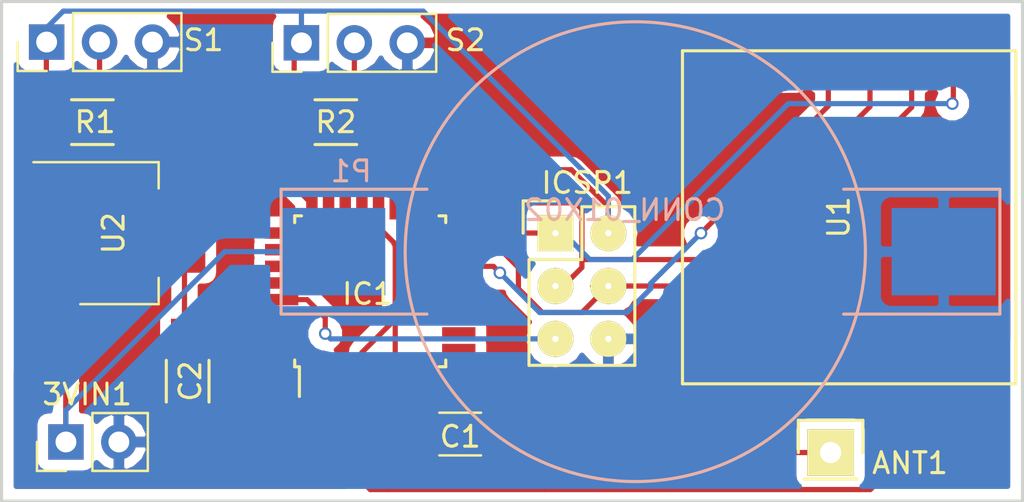
<source format=kicad_pcb>
(kicad_pcb (version 4) (host pcbnew 4.0.5-e0-6337~49~ubuntu16.04.1)

  (general
    (links 44)
    (no_connects 0)
    (area 81.924999 49.411566 131.075001 78.693333)
    (thickness 1.6)
    (drawings 4)
    (tracks 181)
    (zones 0)
    (modules 14)
    (nets 36)
  )

  (page A4)
  (layers
    (0 F.Cu signal)
    (31 B.Cu signal)
    (32 B.Adhes user)
    (33 F.Adhes user)
    (34 B.Paste user)
    (35 F.Paste user)
    (36 B.SilkS user)
    (37 F.SilkS user)
    (38 B.Mask user)
    (39 F.Mask user)
    (40 Dwgs.User user)
    (41 Cmts.User user)
    (42 Eco1.User user)
    (43 Eco2.User user)
    (44 Edge.Cuts user)
    (45 Margin user)
    (46 B.CrtYd user)
    (47 F.CrtYd user)
    (48 B.Fab user)
    (49 F.Fab user hide)
  )

  (setup
    (last_trace_width 0.25)
    (trace_clearance 0.2)
    (zone_clearance 0.508)
    (zone_45_only no)
    (trace_min 0.2)
    (segment_width 0.2)
    (edge_width 0.15)
    (via_size 0.6)
    (via_drill 0.4)
    (via_min_size 0.4)
    (via_min_drill 0.3)
    (uvia_size 0.3)
    (uvia_drill 0.1)
    (uvias_allowed no)
    (uvia_min_size 0.2)
    (uvia_min_drill 0.1)
    (pcb_text_width 0.3)
    (pcb_text_size 1.5 1.5)
    (mod_edge_width 0.15)
    (mod_text_size 1 1)
    (mod_text_width 0.15)
    (pad_size 1.7272 1.7272)
    (pad_drill 0.3)
    (pad_to_mask_clearance 0.2)
    (aux_axis_origin 0 0)
    (visible_elements 7FFFFFFF)
    (pcbplotparams
      (layerselection 0x010f0_80000001)
      (usegerberextensions true)
      (excludeedgelayer true)
      (linewidth 0.100000)
      (plotframeref false)
      (viasonmask false)
      (mode 1)
      (useauxorigin false)
      (hpglpennumber 1)
      (hpglpenspeed 20)
      (hpglpendiameter 15)
      (hpglpenoverlay 2)
      (psnegative false)
      (psa4output false)
      (plotreference true)
      (plotvalue true)
      (plotinvisibletext false)
      (padsonsilk false)
      (subtractmaskfromsilk false)
      (outputformat 1)
      (mirror false)
      (drillshape 0)
      (scaleselection 1)
      (outputdirectory GERBER/))
  )

  (net 0 "")
  (net 1 /GND)
  (net 2 /3V3)
  (net 3 "Net-(IC1-Pad1)")
  (net 4 "Net-(IC1-Pad2)")
  (net 5 "Net-(IC1-Pad7)")
  (net 6 "Net-(IC1-Pad8)")
  (net 7 "Net-(IC1-Pad9)")
  (net 8 "Net-(IC1-Pad10)")
  (net 9 "Net-(IC1-Pad11)")
  (net 10 "Net-(IC1-Pad12)")
  (net 11 "Net-(IC1-Pad22)")
  (net 12 "Net-(IC1-Pad25)")
  (net 13 "Net-(IC1-Pad26)")
  (net 14 "Net-(IC1-Pad27)")
  (net 15 "Net-(IC1-Pad30)")
  (net 16 "Net-(IC1-Pad31)")
  (net 17 /PC0)
  (net 18 /PC1)
  (net 19 /MISO)
  (net 20 /SCK)
  (net 21 /MOSI)
  (net 22 /RST)
  (net 23 /IRQ)
  (net 24 /CE)
  (net 25 /CSN)
  (net 26 /VIN)
  (net 27 "Net-(IC1-Pad19)")
  (net 28 /VBAT)
  (net 29 "Net-(ANT1-Pad1)")
  (net 30 "Net-(U1-Pad16)")
  (net 31 "Net-(U1-Pad15)")
  (net 32 "Net-(U1-Pad12)")
  (net 33 "Net-(U1-Pad11)")
  (net 34 "Net-(U1-Pad7)")
  (net 35 "Net-(U1-Pad6)")

  (net_class Default "This is the default net class."
    (clearance 0.2)
    (trace_width 0.25)
    (via_dia 0.6)
    (via_drill 0.4)
    (uvia_dia 0.3)
    (uvia_drill 0.1)
    (add_net /3V3)
    (add_net /CE)
    (add_net /CSN)
    (add_net /GND)
    (add_net /IRQ)
    (add_net /MISO)
    (add_net /MOSI)
    (add_net /PC0)
    (add_net /PC1)
    (add_net /RST)
    (add_net /SCK)
    (add_net /VBAT)
    (add_net /VIN)
    (add_net "Net-(ANT1-Pad1)")
    (add_net "Net-(IC1-Pad1)")
    (add_net "Net-(IC1-Pad10)")
    (add_net "Net-(IC1-Pad11)")
    (add_net "Net-(IC1-Pad12)")
    (add_net "Net-(IC1-Pad19)")
    (add_net "Net-(IC1-Pad2)")
    (add_net "Net-(IC1-Pad22)")
    (add_net "Net-(IC1-Pad25)")
    (add_net "Net-(IC1-Pad26)")
    (add_net "Net-(IC1-Pad27)")
    (add_net "Net-(IC1-Pad30)")
    (add_net "Net-(IC1-Pad31)")
    (add_net "Net-(IC1-Pad7)")
    (add_net "Net-(IC1-Pad8)")
    (add_net "Net-(IC1-Pad9)")
    (add_net "Net-(U1-Pad11)")
    (add_net "Net-(U1-Pad12)")
    (add_net "Net-(U1-Pad15)")
    (add_net "Net-(U1-Pad16)")
    (add_net "Net-(U1-Pad6)")
    (add_net "Net-(U1-Pad7)")
  )

  (module Capacitors_SMD:C_1206_HandSoldering (layer F.Cu) (tedit 58891793) (tstamp 58890DD6)
    (at 104.013 73.279)
    (descr "Capacitor SMD 1206, hand soldering")
    (tags "capacitor 1206")
    (path /58890DEC)
    (attr smd)
    (fp_text reference C1 (at 0 0.127) (layer F.SilkS)
      (effects (font (size 1 1) (thickness 0.15)))
    )
    (fp_text value 100nF (at 0 2.3) (layer F.Fab)
      (effects (font (size 1 1) (thickness 0.15)))
    )
    (fp_line (start -1.6 0.8) (end -1.6 -0.8) (layer F.Fab) (width 0.1))
    (fp_line (start 1.6 0.8) (end -1.6 0.8) (layer F.Fab) (width 0.1))
    (fp_line (start 1.6 -0.8) (end 1.6 0.8) (layer F.Fab) (width 0.1))
    (fp_line (start -1.6 -0.8) (end 1.6 -0.8) (layer F.Fab) (width 0.1))
    (fp_line (start -3.3 -1.15) (end 3.3 -1.15) (layer F.CrtYd) (width 0.05))
    (fp_line (start -3.3 1.15) (end 3.3 1.15) (layer F.CrtYd) (width 0.05))
    (fp_line (start -3.3 -1.15) (end -3.3 1.15) (layer F.CrtYd) (width 0.05))
    (fp_line (start 3.3 -1.15) (end 3.3 1.15) (layer F.CrtYd) (width 0.05))
    (fp_line (start 1 -1.025) (end -1 -1.025) (layer F.SilkS) (width 0.12))
    (fp_line (start -1 1.025) (end 1 1.025) (layer F.SilkS) (width 0.12))
    (pad 1 smd rect (at -2 0) (size 2 1.6) (layers F.Cu F.Paste F.Mask)
      (net 2 /3V3))
    (pad 2 smd rect (at 2 0) (size 2 1.6) (layers F.Cu F.Paste F.Mask)
      (net 1 /GND))
    (model Capacitors_SMD.3dshapes/C_1206_HandSoldering.wrl
      (at (xyz 0 0 0))
      (scale (xyz 1 1 1))
      (rotate (xyz 0 0 0))
    )
  )

  (module Pin_Headers:Pin_Header_Straight_1x03_Pitch2.54mm (layer F.Cu) (tedit 5889BF49) (tstamp 588D3028)
    (at 96.393 54.483 90)
    (descr "Through hole straight pin header, 1x03, 2.54mm pitch, single row")
    (tags "Through hole pin header THT 1x03 2.54mm single row")
    (path /587A3CDC)
    (fp_text reference S2 (at 0.127 7.874 180) (layer F.SilkS)
      (effects (font (size 1 1) (thickness 0.15)))
    )
    (fp_text value CONN_01X03 (at 0 7.47 90) (layer F.Fab)
      (effects (font (size 1 1) (thickness 0.15)))
    )
    (fp_line (start -1.27 -1.27) (end -1.27 6.35) (layer F.Fab) (width 0.1))
    (fp_line (start -1.27 6.35) (end 1.27 6.35) (layer F.Fab) (width 0.1))
    (fp_line (start 1.27 6.35) (end 1.27 -1.27) (layer F.Fab) (width 0.1))
    (fp_line (start 1.27 -1.27) (end -1.27 -1.27) (layer F.Fab) (width 0.1))
    (fp_line (start -1.39 1.27) (end -1.39 6.47) (layer F.SilkS) (width 0.12))
    (fp_line (start -1.39 6.47) (end 1.39 6.47) (layer F.SilkS) (width 0.12))
    (fp_line (start 1.39 6.47) (end 1.39 1.27) (layer F.SilkS) (width 0.12))
    (fp_line (start 1.39 1.27) (end -1.39 1.27) (layer F.SilkS) (width 0.12))
    (fp_line (start -1.39 0) (end -1.39 -1.39) (layer F.SilkS) (width 0.12))
    (fp_line (start -1.39 -1.39) (end 0 -1.39) (layer F.SilkS) (width 0.12))
    (fp_line (start -1.6 -1.6) (end -1.6 6.6) (layer F.CrtYd) (width 0.05))
    (fp_line (start -1.6 6.6) (end 1.6 6.6) (layer F.CrtYd) (width 0.05))
    (fp_line (start 1.6 6.6) (end 1.6 -1.6) (layer F.CrtYd) (width 0.05))
    (fp_line (start 1.6 -1.6) (end -1.6 -1.6) (layer F.CrtYd) (width 0.05))
    (pad 1 thru_hole rect (at 0 0 90) (size 1.7 1.7) (drill 1) (layers *.Cu *.Mask)
      (net 2 /3V3))
    (pad 2 thru_hole oval (at 0 2.54 90) (size 1.7 1.7) (drill 1) (layers *.Cu *.Mask)
      (net 18 /PC1))
    (pad 3 thru_hole oval (at 0 5.08 90) (size 1.7 1.7) (drill 1) (layers *.Cu *.Mask)
      (net 1 /GND))
    (model Pin_Headers.3dshapes/Pin_Header_Straight_1x03_Pitch2.54mm.wrl
      (at (xyz 0 -0.1 0))
      (scale (xyz 1 1 1))
      (rotate (xyz 0 0 90))
    )
  )

  (module Resistors_SMD:R_1206_HandSoldering (layer F.Cu) (tedit 5889A5AA) (tstamp 587CCBE0)
    (at 98.044 58.293)
    (descr "Resistor SMD 1206, hand soldering")
    (tags "resistor 1206")
    (path /587CCD31)
    (attr smd)
    (fp_text reference R2 (at 0 0) (layer F.SilkS)
      (effects (font (size 1 1) (thickness 0.15)))
    )
    (fp_text value 4K7 (at 0 2.3) (layer F.Fab)
      (effects (font (size 1 1) (thickness 0.15)))
    )
    (fp_line (start -1.6 0.8) (end -1.6 -0.8) (layer F.Fab) (width 0.1))
    (fp_line (start 1.6 0.8) (end -1.6 0.8) (layer F.Fab) (width 0.1))
    (fp_line (start 1.6 -0.8) (end 1.6 0.8) (layer F.Fab) (width 0.1))
    (fp_line (start -1.6 -0.8) (end 1.6 -0.8) (layer F.Fab) (width 0.1))
    (fp_line (start -3.3 -1.2) (end 3.3 -1.2) (layer F.CrtYd) (width 0.05))
    (fp_line (start -3.3 1.2) (end 3.3 1.2) (layer F.CrtYd) (width 0.05))
    (fp_line (start -3.3 -1.2) (end -3.3 1.2) (layer F.CrtYd) (width 0.05))
    (fp_line (start 3.3 -1.2) (end 3.3 1.2) (layer F.CrtYd) (width 0.05))
    (fp_line (start 1 1.075) (end -1 1.075) (layer F.SilkS) (width 0.15))
    (fp_line (start -1 -1.075) (end 1 -1.075) (layer F.SilkS) (width 0.15))
    (pad 1 smd rect (at -2 0) (size 2 1.7) (layers F.Cu F.Paste F.Mask)
      (net 2 /3V3))
    (pad 2 smd rect (at 2 0) (size 2 1.7) (layers F.Cu F.Paste F.Mask)
      (net 18 /PC1))
    (model Resistors_SMD.3dshapes/R_1206_HandSoldering.wrl
      (at (xyz 0 0 0))
      (scale (xyz 1 1 1))
      (rotate (xyz 0 0 0))
    )
  )

  (module Batteries:BU2032_smd (layer B.Cu) (tedit 587DC58C) (tstamp 587CBA10)
    (at 97.917 64.516)
    (path /587A45CD)
    (fp_text reference P1 (at 0.863015 -3.860095) (layer B.SilkS)
      (effects (font (size 1 1) (thickness 0.15)) (justify mirror))
    )
    (fp_text value CONN_01X02 (at 14 -2) (layer B.SilkS)
      (effects (font (size 1 1) (thickness 0.15)) (justify mirror))
    )
    (fp_line (start 32 -3) (end 24.5 -3) (layer B.SilkS) (width 0.15))
    (fp_line (start 32 3) (end 24.5 3) (layer B.SilkS) (width 0.15))
    (fp_circle (center 14.5 0) (end 13.5 -11) (layer B.SilkS) (width 0.15))
    (fp_line (start 32 -3) (end 32 3) (layer B.SilkS) (width 0.15))
    (fp_line (start 4.5 3) (end -2.5 3) (layer B.SilkS) (width 0.15))
    (fp_line (start -2.5 3) (end -2.5 -3) (layer B.SilkS) (width 0.15))
    (fp_line (start -2.5 -3) (end 4.5 -3) (layer B.SilkS) (width 0.15))
    (pad 2 smd rect (at 29.3 0) (size 5 4.2) (layers B.Cu B.Paste B.Mask)
      (net 1 /GND))
    (pad 1 smd rect (at 0 0) (size 5 4.2) (layers B.Cu B.Paste B.Mask)
      (net 26 /VIN))
  )

  (module Housings_QFP:TQFP-32_7x7mm_Pitch0.8mm (layer F.Cu) (tedit 5889178F) (tstamp 587AB705)
    (at 99.695 66.421 90)
    (descr "32-Lead Plastic Thin Quad Flatpack (PT) - 7x7x1.0 mm Body, 2.00 mm [TQFP] (see Microchip Packaging Specification 00000049BS.pdf)")
    (tags "QFP 0.8")
    (path /587A3AF0)
    (attr smd)
    (fp_text reference IC1 (at -0.127 -0.127 180) (layer F.SilkS)
      (effects (font (size 1 1) (thickness 0.15)))
    )
    (fp_text value ATMEGA328P-AU (at 0 6.05 90) (layer F.Fab)
      (effects (font (size 1 1) (thickness 0.15)))
    )
    (fp_text user %R (at 0 0 90) (layer F.Fab)
      (effects (font (size 1 1) (thickness 0.15)))
    )
    (fp_line (start -2.5 -3.5) (end 3.5 -3.5) (layer F.Fab) (width 0.15))
    (fp_line (start 3.5 -3.5) (end 3.5 3.5) (layer F.Fab) (width 0.15))
    (fp_line (start 3.5 3.5) (end -3.5 3.5) (layer F.Fab) (width 0.15))
    (fp_line (start -3.5 3.5) (end -3.5 -2.5) (layer F.Fab) (width 0.15))
    (fp_line (start -3.5 -2.5) (end -2.5 -3.5) (layer F.Fab) (width 0.15))
    (fp_line (start -5.3 -5.3) (end -5.3 5.3) (layer F.CrtYd) (width 0.05))
    (fp_line (start 5.3 -5.3) (end 5.3 5.3) (layer F.CrtYd) (width 0.05))
    (fp_line (start -5.3 -5.3) (end 5.3 -5.3) (layer F.CrtYd) (width 0.05))
    (fp_line (start -5.3 5.3) (end 5.3 5.3) (layer F.CrtYd) (width 0.05))
    (fp_line (start -3.625 -3.625) (end -3.625 -3.4) (layer F.SilkS) (width 0.15))
    (fp_line (start 3.625 -3.625) (end 3.625 -3.3) (layer F.SilkS) (width 0.15))
    (fp_line (start 3.625 3.625) (end 3.625 3.3) (layer F.SilkS) (width 0.15))
    (fp_line (start -3.625 3.625) (end -3.625 3.3) (layer F.SilkS) (width 0.15))
    (fp_line (start -3.625 -3.625) (end -3.3 -3.625) (layer F.SilkS) (width 0.15))
    (fp_line (start -3.625 3.625) (end -3.3 3.625) (layer F.SilkS) (width 0.15))
    (fp_line (start 3.625 3.625) (end 3.3 3.625) (layer F.SilkS) (width 0.15))
    (fp_line (start 3.625 -3.625) (end 3.3 -3.625) (layer F.SilkS) (width 0.15))
    (fp_line (start -3.625 -3.4) (end -5.05 -3.4) (layer F.SilkS) (width 0.15))
    (pad 1 smd rect (at -4.25 -2.8 90) (size 1.6 0.55) (layers F.Cu F.Paste F.Mask)
      (net 3 "Net-(IC1-Pad1)"))
    (pad 2 smd rect (at -4.25 -2 90) (size 1.6 0.55) (layers F.Cu F.Paste F.Mask)
      (net 4 "Net-(IC1-Pad2)"))
    (pad 3 smd rect (at -4.25 -1.2 90) (size 1.6 0.55) (layers F.Cu F.Paste F.Mask)
      (net 1 /GND))
    (pad 4 smd rect (at -4.25 -0.4 90) (size 1.6 0.55) (layers F.Cu F.Paste F.Mask)
      (net 2 /3V3))
    (pad 5 smd rect (at -4.25 0.4 90) (size 1.6 0.55) (layers F.Cu F.Paste F.Mask)
      (net 1 /GND))
    (pad 6 smd rect (at -4.25 1.2 90) (size 1.6 0.55) (layers F.Cu F.Paste F.Mask)
      (net 2 /3V3))
    (pad 7 smd rect (at -4.25 2 90) (size 1.6 0.55) (layers F.Cu F.Paste F.Mask)
      (net 5 "Net-(IC1-Pad7)"))
    (pad 8 smd rect (at -4.25 2.8 90) (size 1.6 0.55) (layers F.Cu F.Paste F.Mask)
      (net 6 "Net-(IC1-Pad8)"))
    (pad 9 smd rect (at -2.8 4.25 180) (size 1.6 0.55) (layers F.Cu F.Paste F.Mask)
      (net 7 "Net-(IC1-Pad9)"))
    (pad 10 smd rect (at -2 4.25 180) (size 1.6 0.55) (layers F.Cu F.Paste F.Mask)
      (net 8 "Net-(IC1-Pad10)"))
    (pad 11 smd rect (at -1.2 4.25 180) (size 1.6 0.55) (layers F.Cu F.Paste F.Mask)
      (net 9 "Net-(IC1-Pad11)"))
    (pad 12 smd rect (at -0.4 4.25 180) (size 1.6 0.55) (layers F.Cu F.Paste F.Mask)
      (net 10 "Net-(IC1-Pad12)"))
    (pad 13 smd rect (at 0.4 4.25 180) (size 1.6 0.55) (layers F.Cu F.Paste F.Mask)
      (net 24 /CE))
    (pad 14 smd rect (at 1.2 4.25 180) (size 1.6 0.55) (layers F.Cu F.Paste F.Mask)
      (net 25 /CSN))
    (pad 15 smd rect (at 2 4.25 180) (size 1.6 0.55) (layers F.Cu F.Paste F.Mask)
      (net 21 /MOSI))
    (pad 16 smd rect (at 2.8 4.25 180) (size 1.6 0.55) (layers F.Cu F.Paste F.Mask)
      (net 19 /MISO))
    (pad 17 smd rect (at 4.25 2.8 90) (size 1.6 0.55) (layers F.Cu F.Paste F.Mask)
      (net 20 /SCK))
    (pad 18 smd rect (at 4.25 2 90) (size 1.6 0.55) (layers F.Cu F.Paste F.Mask)
      (net 2 /3V3))
    (pad 19 smd rect (at 4.25 1.2 90) (size 1.6 0.55) (layers F.Cu F.Paste F.Mask)
      (net 27 "Net-(IC1-Pad19)"))
    (pad 20 smd rect (at 4.25 0.4 90) (size 1.6 0.55) (layers F.Cu F.Paste F.Mask)
      (net 2 /3V3))
    (pad 21 smd rect (at 4.25 -0.4 90) (size 1.6 0.55) (layers F.Cu F.Paste F.Mask)
      (net 1 /GND))
    (pad 22 smd rect (at 4.25 -1.2 90) (size 1.6 0.55) (layers F.Cu F.Paste F.Mask)
      (net 11 "Net-(IC1-Pad22)"))
    (pad 23 smd rect (at 4.25 -2 90) (size 1.6 0.55) (layers F.Cu F.Paste F.Mask)
      (net 18 /PC1))
    (pad 24 smd rect (at 4.25 -2.8 90) (size 1.6 0.55) (layers F.Cu F.Paste F.Mask)
      (net 17 /PC0))
    (pad 25 smd rect (at 2.8 -4.25 180) (size 1.6 0.55) (layers F.Cu F.Paste F.Mask)
      (net 12 "Net-(IC1-Pad25)"))
    (pad 26 smd rect (at 2 -4.25 180) (size 1.6 0.55) (layers F.Cu F.Paste F.Mask)
      (net 13 "Net-(IC1-Pad26)"))
    (pad 27 smd rect (at 1.2 -4.25 180) (size 1.6 0.55) (layers F.Cu F.Paste F.Mask)
      (net 14 "Net-(IC1-Pad27)"))
    (pad 28 smd rect (at 0.4 -4.25 180) (size 1.6 0.55) (layers F.Cu F.Paste F.Mask)
      (net 28 /VBAT))
    (pad 29 smd rect (at -0.4 -4.25 180) (size 1.6 0.55) (layers F.Cu F.Paste F.Mask)
      (net 22 /RST))
    (pad 30 smd rect (at -1.2 -4.25 180) (size 1.6 0.55) (layers F.Cu F.Paste F.Mask)
      (net 15 "Net-(IC1-Pad30)"))
    (pad 31 smd rect (at -2 -4.25 180) (size 1.6 0.55) (layers F.Cu F.Paste F.Mask)
      (net 16 "Net-(IC1-Pad31)"))
    (pad 32 smd rect (at -2.8 -4.25 180) (size 1.6 0.55) (layers F.Cu F.Paste F.Mask)
      (net 23 /IRQ))
    (model Housings_QFP.3dshapes/TQFP-32_7x7mm_Pitch0.8mm.wrl
      (at (xyz 0 0 0))
      (scale (xyz 1 1 1))
      (rotate (xyz 0 0 0))
    )
  )

  (module Pin_Headers:Pin_Header_Straight_1x01 (layer F.Cu) (tedit 5889A6E9) (tstamp 587AB716)
    (at 121.793 74.168)
    (descr "Through hole pin header")
    (tags "pin header")
    (path /587A904D)
    (fp_text reference ANT1 (at 3.81 0.508) (layer F.SilkS)
      (effects (font (size 1 1) (thickness 0.15)))
    )
    (fp_text value CONN_01X01 (at -0.9525 -2.0828) (layer F.Fab)
      (effects (font (size 1 1) (thickness 0.15)))
    )
    (fp_line (start 1.55 -1.55) (end 1.55 0) (layer F.SilkS) (width 0.15))
    (fp_line (start -1.75 -1.75) (end -1.75 1.75) (layer F.CrtYd) (width 0.05))
    (fp_line (start 1.75 -1.75) (end 1.75 1.75) (layer F.CrtYd) (width 0.05))
    (fp_line (start -1.75 -1.75) (end 1.75 -1.75) (layer F.CrtYd) (width 0.05))
    (fp_line (start -1.75 1.75) (end 1.75 1.75) (layer F.CrtYd) (width 0.05))
    (fp_line (start -1.55 0) (end -1.55 -1.55) (layer F.SilkS) (width 0.15))
    (fp_line (start -1.55 -1.55) (end 1.55 -1.55) (layer F.SilkS) (width 0.15))
    (fp_line (start -1.27 1.27) (end 1.27 1.27) (layer F.SilkS) (width 0.15))
    (pad 1 thru_hole rect (at 0 0) (size 2.2352 2.2352) (drill 1.016) (layers *.Cu *.Mask F.SilkS)
      (net 29 "Net-(ANT1-Pad1)"))
    (model Pin_Headers.3dshapes/Pin_Header_Straight_1x01.wrl
      (at (xyz 0 0 0))
      (scale (xyz 1 1 1))
      (rotate (xyz 0 0 90))
    )
  )

  (module Pin_Headers:Pin_Header_Straight_2x03 (layer F.Cu) (tedit 5889A6F8) (tstamp 587AB72E)
    (at 108.585 63.627)
    (descr "Through hole pin header")
    (tags "pin header")
    (path /587A7114)
    (fp_text reference ICSP1 (at 1.524 -2.413 180) (layer F.SilkS)
      (effects (font (size 1 1) (thickness 0.15)))
    )
    (fp_text value CONN_02X03 (at 0 -3.1) (layer F.Fab)
      (effects (font (size 1 1) (thickness 0.15)))
    )
    (fp_line (start -1.27 1.27) (end -1.27 6.35) (layer F.SilkS) (width 0.15))
    (fp_line (start -1.55 -1.55) (end 0 -1.55) (layer F.SilkS) (width 0.15))
    (fp_line (start -1.75 -1.75) (end -1.75 6.85) (layer F.CrtYd) (width 0.05))
    (fp_line (start 4.3 -1.75) (end 4.3 6.85) (layer F.CrtYd) (width 0.05))
    (fp_line (start -1.75 -1.75) (end 4.3 -1.75) (layer F.CrtYd) (width 0.05))
    (fp_line (start -1.75 6.85) (end 4.3 6.85) (layer F.CrtYd) (width 0.05))
    (fp_line (start 1.27 -1.27) (end 1.27 1.27) (layer F.SilkS) (width 0.15))
    (fp_line (start 1.27 1.27) (end -1.27 1.27) (layer F.SilkS) (width 0.15))
    (fp_line (start -1.27 6.35) (end 3.81 6.35) (layer F.SilkS) (width 0.15))
    (fp_line (start 3.81 6.35) (end 3.81 1.27) (layer F.SilkS) (width 0.15))
    (fp_line (start -1.55 -1.55) (end -1.55 0) (layer F.SilkS) (width 0.15))
    (fp_line (start 3.81 -1.27) (end 1.27 -1.27) (layer F.SilkS) (width 0.15))
    (fp_line (start 3.81 1.27) (end 3.81 -1.27) (layer F.SilkS) (width 0.15))
    (pad 1 thru_hole rect (at 0 0) (size 1.7272 1.7272) (drill 0.3) (layers *.Cu *.Mask F.SilkS)
      (net 19 /MISO))
    (pad 2 thru_hole oval (at 2.54 0) (size 1.7272 1.7272) (drill 0.3) (layers *.Cu *.Mask F.SilkS)
      (net 2 /3V3))
    (pad 3 thru_hole oval (at 0 2.54) (size 1.7272 1.7272) (drill 0.3) (layers *.Cu *.Mask F.SilkS)
      (net 20 /SCK))
    (pad 4 thru_hole oval (at 2.54 2.54) (size 1.7272 1.7272) (drill 0.3) (layers *.Cu *.Mask F.SilkS)
      (net 21 /MOSI))
    (pad 5 thru_hole oval (at 0 5.08) (size 1.7272 1.7272) (drill 0.3) (layers *.Cu *.Mask F.SilkS)
      (net 22 /RST))
    (pad 6 thru_hole oval (at 2.54 5.08) (size 1.7272 1.7272) (drill 0.3) (layers *.Cu *.Mask F.SilkS)
      (net 1 /GND))
    (model Pin_Headers.3dshapes/Pin_Header_Straight_2x03.wrl
      (at (xyz 0.05 -0.1 0))
      (scale (xyz 1 1 1))
      (rotate (xyz 0 0 90))
    )
  )

  (module Resistors_SMD:R_1206_HandSoldering (layer F.Cu) (tedit 58891767) (tstamp 587CA4E6)
    (at 86.36 58.293)
    (descr "Resistor SMD 1206, hand soldering")
    (tags "resistor 1206")
    (path /587A3DC5)
    (attr smd)
    (fp_text reference R1 (at 0.127 0) (layer F.SilkS)
      (effects (font (size 1 1) (thickness 0.15)))
    )
    (fp_text value 4K7 (at 0 2.3) (layer F.Fab)
      (effects (font (size 1 1) (thickness 0.15)))
    )
    (fp_line (start -1.6 0.8) (end -1.6 -0.8) (layer F.Fab) (width 0.1))
    (fp_line (start 1.6 0.8) (end -1.6 0.8) (layer F.Fab) (width 0.1))
    (fp_line (start 1.6 -0.8) (end 1.6 0.8) (layer F.Fab) (width 0.1))
    (fp_line (start -1.6 -0.8) (end 1.6 -0.8) (layer F.Fab) (width 0.1))
    (fp_line (start -3.3 -1.2) (end 3.3 -1.2) (layer F.CrtYd) (width 0.05))
    (fp_line (start -3.3 1.2) (end 3.3 1.2) (layer F.CrtYd) (width 0.05))
    (fp_line (start -3.3 -1.2) (end -3.3 1.2) (layer F.CrtYd) (width 0.05))
    (fp_line (start 3.3 -1.2) (end 3.3 1.2) (layer F.CrtYd) (width 0.05))
    (fp_line (start 1 1.075) (end -1 1.075) (layer F.SilkS) (width 0.15))
    (fp_line (start -1 -1.075) (end 1 -1.075) (layer F.SilkS) (width 0.15))
    (pad 1 smd rect (at -2 0) (size 2 1.7) (layers F.Cu F.Paste F.Mask)
      (net 2 /3V3))
    (pad 2 smd rect (at 2 0) (size 2 1.7) (layers F.Cu F.Paste F.Mask)
      (net 17 /PC0))
    (model Resistors_SMD.3dshapes/R_1206_HandSoldering.wrl
      (at (xyz 0 0 0))
      (scale (xyz 1 1 1))
      (rotate (xyz 0 0 0))
    )
  )

  (module TO_SOT_Packages_SMD:SOT-223 (layer F.Cu) (tedit 587DC550) (tstamp 587CDADF)
    (at 87.63 63.627)
    (descr "module CMS SOT223 4 pins")
    (tags "CMS SOT")
    (path /587CDB07)
    (attr smd)
    (fp_text reference U2 (at -0.254 0 90) (layer F.SilkS)
      (effects (font (size 1 1) (thickness 0.15)))
    )
    (fp_text value AP111733 (at -0.381 2.286) (layer F.Fab)
      (effects (font (size 1 1) (thickness 0.15)))
    )
    (fp_line (start 1.91 3.41) (end 1.91 2.15) (layer F.SilkS) (width 0.12))
    (fp_line (start 1.91 -3.41) (end 1.91 -2.15) (layer F.SilkS) (width 0.12))
    (fp_line (start 4.4 -3.6) (end -4.4 -3.6) (layer F.CrtYd) (width 0.05))
    (fp_line (start 4.4 3.6) (end 4.4 -3.6) (layer F.CrtYd) (width 0.05))
    (fp_line (start -4.4 3.6) (end 4.4 3.6) (layer F.CrtYd) (width 0.05))
    (fp_line (start -4.4 -3.6) (end -4.4 3.6) (layer F.CrtYd) (width 0.05))
    (fp_line (start -1.85 -3.35) (end -1.85 3.35) (layer F.Fab) (width 0.15))
    (fp_line (start -1.85 3.41) (end 1.91 3.41) (layer F.SilkS) (width 0.12))
    (fp_line (start -1.85 -3.35) (end 1.85 -3.35) (layer F.Fab) (width 0.15))
    (fp_line (start -4.1 -3.41) (end 1.91 -3.41) (layer F.SilkS) (width 0.12))
    (fp_line (start -1.85 3.35) (end 1.85 3.35) (layer F.Fab) (width 0.15))
    (fp_line (start 1.85 -3.35) (end 1.85 3.35) (layer F.Fab) (width 0.15))
    (pad 4 smd rect (at 3.15 0) (size 2 3.8) (layers F.Cu F.Paste F.Mask)
      (net 2 /3V3))
    (pad 2 smd rect (at -3.15 0) (size 2 1.5) (layers F.Cu F.Paste F.Mask)
      (net 2 /3V3))
    (pad 3 smd rect (at -3.15 2.3) (size 2 1.5) (layers F.Cu F.Paste F.Mask)
      (net 26 /VIN))
    (pad 1 smd rect (at -3.15 -2.3) (size 2 1.5) (layers F.Cu F.Paste F.Mask)
      (net 1 /GND))
    (model TO_SOT_Packages_SMD.3dshapes/SOT-223.wrl
      (at (xyz 0 0 0))
      (scale (xyz 0.4 0.4 0.4))
      (rotate (xyz 0 0 90))
    )
  )

  (module MyLibrary:RFM69HCW_HandSolder (layer F.Cu) (tedit 58890AD4) (tstamp 58890DFC)
    (at 122.682 62.865 270)
    (path /58890FD8)
    (fp_text reference U1 (at 0 0.5 270) (layer F.SilkS)
      (effects (font (size 1 1) (thickness 0.15)))
    )
    (fp_text value RFM69HCW (at 0 -0.5 270) (layer F.Fab)
      (effects (font (size 1 1) (thickness 0.15)))
    )
    (fp_line (start -8 8) (end -8 -8) (layer F.SilkS) (width 0.15))
    (fp_line (start 8 8) (end -8 8) (layer F.SilkS) (width 0.15))
    (fp_line (start 8 -8) (end 8 8) (layer F.SilkS) (width 0.15))
    (fp_line (start -8 -8) (end 8 -8) (layer F.SilkS) (width 0.15))
    (pad 16 smd rect (at 8 -7 270) (size 3 1) (layers F.Cu F.Paste F.Mask)
      (net 30 "Net-(U1-Pad16)"))
    (pad 15 smd rect (at 8 -5 270) (size 3 1) (layers F.Cu F.Paste F.Mask)
      (net 31 "Net-(U1-Pad15)"))
    (pad 14 smd rect (at 8 -3 270) (size 3 1) (layers F.Cu F.Paste F.Mask)
      (net 23 /IRQ))
    (pad 13 smd rect (at 8 -1 270) (size 3 1) (layers F.Cu F.Paste F.Mask)
      (net 2 /3V3))
    (pad 12 smd rect (at 8 1 270) (size 3 1) (layers F.Cu F.Paste F.Mask)
      (net 32 "Net-(U1-Pad12)"))
    (pad 11 smd rect (at 8 3 270) (size 3 1) (layers F.Cu F.Paste F.Mask)
      (net 33 "Net-(U1-Pad11)"))
    (pad 10 smd rect (at 8 5 270) (size 3 1) (layers F.Cu F.Paste F.Mask)
      (net 1 /GND))
    (pad 9 smd rect (at 8 7 270) (size 3 1) (layers F.Cu F.Paste F.Mask)
      (net 29 "Net-(ANT1-Pad1)"))
    (pad 8 smd rect (at -8 7 270) (size 3 1) (layers F.Cu F.Paste F.Mask)
      (net 1 /GND))
    (pad 7 smd rect (at -8 5 270) (size 3 1) (layers F.Cu F.Paste F.Mask)
      (net 34 "Net-(U1-Pad7)"))
    (pad 6 smd rect (at -8 3 270) (size 3 1) (layers F.Cu F.Paste F.Mask)
      (net 35 "Net-(U1-Pad6)"))
    (pad 5 smd rect (at -8 1 270) (size 3 1) (layers F.Cu F.Paste F.Mask)
      (net 25 /CSN))
    (pad 4 smd rect (at -8 -1 270) (size 3 1) (layers F.Cu F.Paste F.Mask)
      (net 20 /SCK))
    (pad 3 smd rect (at -8 -3 270) (size 3 1) (layers F.Cu F.Paste F.Mask)
      (net 21 /MOSI))
    (pad 2 smd rect (at -8 -5 270) (size 3 1) (layers F.Cu F.Paste F.Mask)
      (net 19 /MISO))
    (pad 1 smd rect (at -8 -7 270) (size 3 1) (layers F.Cu F.Paste F.Mask)
      (net 1 /GND))
  )

  (module Pin_Headers:Pin_Header_Straight_1x02_Pitch2.54mm (layer F.Cu) (tedit 5889A6D5) (tstamp 5889139A)
    (at 85.09 73.66 90)
    (descr "Through hole straight pin header, 1x02, 2.54mm pitch, single row")
    (tags "Through hole pin header THT 1x02 2.54mm single row")
    (path /588929E7)
    (fp_text reference 3VIN1 (at 2.286 1.016 180) (layer F.SilkS)
      (effects (font (size 1 1) (thickness 0.15)))
    )
    (fp_text value CONN_01X02 (at 0 4.93 90) (layer F.Fab)
      (effects (font (size 1 1) (thickness 0.15)))
    )
    (fp_line (start 1.6 -1.6) (end -1.6 -1.6) (layer F.CrtYd) (width 0.05))
    (fp_line (start 1.6 4.1) (end 1.6 -1.6) (layer F.CrtYd) (width 0.05))
    (fp_line (start -1.6 4.1) (end 1.6 4.1) (layer F.CrtYd) (width 0.05))
    (fp_line (start -1.6 -1.6) (end -1.6 4.1) (layer F.CrtYd) (width 0.05))
    (fp_line (start -1.39 -1.39) (end 0 -1.39) (layer F.SilkS) (width 0.12))
    (fp_line (start -1.39 0) (end -1.39 -1.39) (layer F.SilkS) (width 0.12))
    (fp_line (start 1.39 1.27) (end -1.39 1.27) (layer F.SilkS) (width 0.12))
    (fp_line (start 1.39 3.93) (end 1.39 1.27) (layer F.SilkS) (width 0.12))
    (fp_line (start -1.39 3.93) (end 1.39 3.93) (layer F.SilkS) (width 0.12))
    (fp_line (start -1.39 1.27) (end -1.39 3.93) (layer F.SilkS) (width 0.12))
    (fp_line (start 1.27 -1.27) (end -1.27 -1.27) (layer F.Fab) (width 0.1))
    (fp_line (start 1.27 3.81) (end 1.27 -1.27) (layer F.Fab) (width 0.1))
    (fp_line (start -1.27 3.81) (end 1.27 3.81) (layer F.Fab) (width 0.1))
    (fp_line (start -1.27 -1.27) (end -1.27 3.81) (layer F.Fab) (width 0.1))
    (pad 2 thru_hole oval (at 0 2.54 90) (size 1.7 1.7) (drill 1) (layers *.Cu *.Mask)
      (net 1 /GND))
    (pad 1 thru_hole rect (at 0 0 90) (size 1.7 1.7) (drill 1) (layers *.Cu *.Mask)
      (net 26 /VIN))
    (model Pin_Headers.3dshapes/Pin_Header_Straight_1x02_Pitch2.54mm.wrl
      (at (xyz 0 -0.05 0))
      (scale (xyz 1 1 1))
      (rotate (xyz 0 0 90))
    )
  )

  (module Pin_Headers:Pin_Header_Straight_1x03_Pitch2.54mm (layer F.Cu) (tedit 5889BF41) (tstamp 588D3014)
    (at 84.1629 54.4449 90)
    (descr "Through hole straight pin header, 1x03, 2.54mm pitch, single row")
    (tags "Through hole pin header THT 1x03 2.54mm single row")
    (path /587A3D32)
    (fp_text reference S1 (at 0.0889 7.5311 180) (layer F.SilkS)
      (effects (font (size 1 1) (thickness 0.15)))
    )
    (fp_text value CONN_01X03 (at 0 7.47 90) (layer F.Fab)
      (effects (font (size 1 1) (thickness 0.15)))
    )
    (fp_line (start -1.27 -1.27) (end -1.27 6.35) (layer F.Fab) (width 0.1))
    (fp_line (start -1.27 6.35) (end 1.27 6.35) (layer F.Fab) (width 0.1))
    (fp_line (start 1.27 6.35) (end 1.27 -1.27) (layer F.Fab) (width 0.1))
    (fp_line (start 1.27 -1.27) (end -1.27 -1.27) (layer F.Fab) (width 0.1))
    (fp_line (start -1.39 1.27) (end -1.39 6.47) (layer F.SilkS) (width 0.12))
    (fp_line (start -1.39 6.47) (end 1.39 6.47) (layer F.SilkS) (width 0.12))
    (fp_line (start 1.39 6.47) (end 1.39 1.27) (layer F.SilkS) (width 0.12))
    (fp_line (start 1.39 1.27) (end -1.39 1.27) (layer F.SilkS) (width 0.12))
    (fp_line (start -1.39 0) (end -1.39 -1.39) (layer F.SilkS) (width 0.12))
    (fp_line (start -1.39 -1.39) (end 0 -1.39) (layer F.SilkS) (width 0.12))
    (fp_line (start -1.6 -1.6) (end -1.6 6.6) (layer F.CrtYd) (width 0.05))
    (fp_line (start -1.6 6.6) (end 1.6 6.6) (layer F.CrtYd) (width 0.05))
    (fp_line (start 1.6 6.6) (end 1.6 -1.6) (layer F.CrtYd) (width 0.05))
    (fp_line (start 1.6 -1.6) (end -1.6 -1.6) (layer F.CrtYd) (width 0.05))
    (pad 1 thru_hole rect (at 0 0 90) (size 1.7 1.7) (drill 1) (layers *.Cu *.Mask)
      (net 2 /3V3))
    (pad 2 thru_hole oval (at 0 2.54 90) (size 1.7 1.7) (drill 1) (layers *.Cu *.Mask)
      (net 17 /PC0))
    (pad 3 thru_hole oval (at 0 5.08 90) (size 1.7 1.7) (drill 1) (layers *.Cu *.Mask)
      (net 1 /GND))
    (model Pin_Headers.3dshapes/Pin_Header_Straight_1x03_Pitch2.54mm.wrl
      (at (xyz 0 -0.1 0))
      (scale (xyz 1 1 1))
      (rotate (xyz 0 0 90))
    )
  )

  (module Capacitors_SMD:C_1206_HandSoldering (layer F.Cu) (tedit 5889A701) (tstamp 588EF8E7)
    (at 90.932 70.739 270)
    (descr "Capacitor SMD 1206, hand soldering")
    (tags "capacitor 1206")
    (path /5889A70B)
    (attr smd)
    (fp_text reference C2 (at 0 -0.127 270) (layer F.SilkS)
      (effects (font (size 1 1) (thickness 0.15)))
    )
    (fp_text value 10uF (at 0 2.3 270) (layer F.Fab)
      (effects (font (size 1 1) (thickness 0.15)))
    )
    (fp_line (start -1.6 0.8) (end -1.6 -0.8) (layer F.Fab) (width 0.15))
    (fp_line (start 1.6 0.8) (end -1.6 0.8) (layer F.Fab) (width 0.15))
    (fp_line (start 1.6 -0.8) (end 1.6 0.8) (layer F.Fab) (width 0.15))
    (fp_line (start -1.6 -0.8) (end 1.6 -0.8) (layer F.Fab) (width 0.15))
    (fp_line (start -3.3 -1.15) (end 3.3 -1.15) (layer F.CrtYd) (width 0.05))
    (fp_line (start -3.3 1.15) (end 3.3 1.15) (layer F.CrtYd) (width 0.05))
    (fp_line (start -3.3 -1.15) (end -3.3 1.15) (layer F.CrtYd) (width 0.05))
    (fp_line (start 3.3 -1.15) (end 3.3 1.15) (layer F.CrtYd) (width 0.05))
    (fp_line (start 1 -1.025) (end -1 -1.025) (layer F.SilkS) (width 0.15))
    (fp_line (start -1 1.025) (end 1 1.025) (layer F.SilkS) (width 0.15))
    (pad 1 smd rect (at -2 0 270) (size 2 1.6) (layers F.Cu F.Paste F.Mask)
      (net 2 /3V3))
    (pad 2 smd rect (at 2 0 270) (size 2 1.6) (layers F.Cu F.Paste F.Mask)
      (net 1 /GND))
    (model Capacitors_SMD.3dshapes/C_1206_HandSoldering.wrl
      (at (xyz 0 0 0))
      (scale (xyz 1 1 1))
      (rotate (xyz 0 0 0))
    )
  )

  (module MyLibrary:Jump (layer F.Cu) (tedit 5889C68E) (tstamp 588E1407)
    (at 84.582 68.961 180)
    (path /5889C53F)
    (fp_text reference "" (at 0 1.5 180) (layer F.SilkS)
      (effects (font (size 1 1) (thickness 0.15)))
    )
    (fp_text value "" (at 0 -1.5 180) (layer F.Fab)
      (effects (font (size 1 1) (thickness 0.15)))
    )
    (pad 1 smd rect (at -0.5 0 180) (size 1.3 1.524) (layers F.Cu F.Paste F.Mask)
      (net 26 /VIN))
    (pad 2 smd rect (at 1 0 180) (size 1.3 1.524) (layers F.Cu F.Paste F.Mask)
      (net 2 /3V3))
  )

  (gr_line (start 82 76.5) (end 82 52.5) (angle 90) (layer Edge.Cuts) (width 0.15))
  (gr_line (start 131 76.5) (end 131 52.5) (angle 90) (layer Edge.Cuts) (width 0.15))
  (gr_line (start 82 76.5) (end 131 76.5) (angle 90) (layer Edge.Cuts) (width 0.15))
  (gr_line (start 131 52.5) (end 82 52.5) (angle 90) (layer Edge.Cuts) (width 0.15))

  (segment (start 98.495 70.671) (end 98.495 71.952) (width 0.25) (layer F.Cu) (net 1))
  (segment (start 98.495 71.952) (end 99.06 72.517) (width 0.25) (layer F.Cu) (net 1) (tstamp 588B8A18))
  (segment (start 99.295 62.171) (end 99.295 61.233) (width 0.25) (layer F.Cu) (net 1))
  (segment (start 101.473 60.071) (end 101.854 59.69) (width 0.25) (layer F.Cu) (net 1) (tstamp 588B8A13))
  (segment (start 100.457 60.071) (end 101.473 60.071) (width 0.25) (layer F.Cu) (net 1) (tstamp 588B8A11))
  (segment (start 99.295 61.233) (end 100.457 60.071) (width 0.25) (layer F.Cu) (net 1) (tstamp 588B8A10))
  (segment (start 109.855 75.057) (end 100.711 75.057) (width 0.25) (layer F.Cu) (net 1))
  (segment (start 100.711 75.057) (end 100.095 74.441) (width 0.25) (layer F.Cu) (net 1) (tstamp 588B89E6))
  (segment (start 117.682 70.865) (end 117.682 69.041) (width 0.25) (layer F.Cu) (net 1))
  (segment (start 100.095 74.441) (end 100.095 72.244) (width 0.25) (layer F.Cu) (net 1) (tstamp 588B89D5))
  (segment (start 114.046 70.866) (end 109.855 75.057) (width 0.25) (layer F.Cu) (net 1) (tstamp 588B89D0))
  (segment (start 114.046 69.596) (end 114.046 70.866) (width 0.25) (layer F.Cu) (net 1) (tstamp 588B89CF))
  (segment (start 114.808 68.834) (end 114.046 69.596) (width 0.25) (layer F.Cu) (net 1) (tstamp 588B89CE))
  (segment (start 117.475 68.834) (end 114.808 68.834) (width 0.25) (layer F.Cu) (net 1) (tstamp 588B89CD))
  (segment (start 117.682 69.041) (end 117.475 68.834) (width 0.25) (layer F.Cu) (net 1) (tstamp 588B89CC))
  (segment (start 101.473 54.483) (end 103.251 54.483) (width 0.25) (layer F.Cu) (net 1))
  (segment (start 103.251 58.293) (end 102.108 59.436) (width 0.25) (layer F.Cu) (net 1) (tstamp 5889BF1D))
  (segment (start 103.251 57.912) (end 103.251 58.293) (width 0.25) (layer F.Cu) (net 1) (tstamp 5889BF1A))
  (segment (start 103.251 57.15) (end 103.251 57.912) (width 0.25) (layer F.Cu) (net 1) (tstamp 5889BF18))
  (segment (start 103.251 54.483) (end 103.251 57.15) (width 0.25) (layer F.Cu) (net 1) (tstamp 5889BF17))
  (segment (start 101.854 59.69) (end 102.108 59.436) (width 0.25) (layer F.Cu) (net 1) (tstamp 588B8A16))
  (segment (start 102.108 59.436) (end 102.108 59.436) (width 0.25) (layer F.Cu) (net 1) (tstamp 5889BF21))
  (segment (start 117.682 70.865) (end 117.682 69.549) (width 0.25) (layer F.Cu) (net 1))
  (segment (start 98.495 70.671) (end 98.495 64.573) (width 0.25) (layer F.Cu) (net 1) (status 10))
  (segment (start 99.295 63.773) (end 99.295 62.171) (width 0.25) (layer F.Cu) (net 1) (tstamp 587CC454) (status 20))
  (segment (start 98.495 64.573) (end 99.295 63.773) (width 0.25) (layer F.Cu) (net 1) (tstamp 587CC453))
  (segment (start 99.822 72.517) (end 99.949 72.39) (width 0.25) (layer F.Cu) (net 1) (tstamp 587CC439))
  (segment (start 100.095 70.671) (end 100.095 72.244) (width 0.25) (layer F.Cu) (net 1) (status 10))
  (segment (start 99.822 72.517) (end 99.06 72.517) (width 0.25) (layer F.Cu) (net 1) (tstamp 587CA862))
  (segment (start 100.095 72.244) (end 99.949 72.39) (width 0.25) (layer F.Cu) (net 1) (tstamp 587CA85F))
  (segment (start 99.949 72.39) (end 99.822 72.517) (width 0.25) (layer F.Cu) (net 1) (tstamp 587CC43C))
  (segment (start 82.804 63.373) (end 82.804 68.183) (width 0.25) (layer F.Cu) (net 2))
  (segment (start 82.804 68.183) (end 83.582 68.961) (width 0.25) (layer F.Cu) (net 2) (tstamp 588E1417))
  (segment (start 101.695 62.171) (end 101.695 61.246) (width 0.25) (layer F.Cu) (net 2))
  (segment (start 101.695 61.246) (end 102.362 60.579) (width 0.25) (layer F.Cu) (net 2) (tstamp 588B8A0B))
  (segment (start 100.895 64.262) (end 100.895 64.205) (width 0.25) (layer F.Cu) (net 2))
  (segment (start 100.895 64.205) (end 101.695 63.405) (width 0.25) (layer F.Cu) (net 2) (tstamp 588B8A03))
  (segment (start 99.295 70.671) (end 99.295 69.361) (width 0.25) (layer F.Cu) (net 2))
  (segment (start 99.295 69.361) (end 100.895 67.761) (width 0.25) (layer F.Cu) (net 2) (tstamp 588B89FA))
  (segment (start 100.895 69.596) (end 100.895 67.761) (width 0.25) (layer F.Cu) (net 2))
  (segment (start 100.895 70.671) (end 100.895 69.723) (width 0.25) (layer F.Cu) (net 2) (status 10))
  (segment (start 100.895 69.723) (end 100.895 69.596) (width 0.25) (layer F.Cu) (net 2))
  (segment (start 100.895 67.761) (end 100.895 64.262) (width 0.25) (layer F.Cu) (net 2) (tstamp 588B89FE))
  (segment (start 100.895 64.262) (end 100.895 64.145) (width 0.25) (layer F.Cu) (net 2) (tstamp 588B8A01))
  (segment (start 100.895 64.145) (end 100.885 64.135) (width 0.25) (layer F.Cu) (net 2) (tstamp 588B89F4))
  (segment (start 100.885 64.135) (end 100.838 64.135) (width 0.25) (layer F.Cu) (net 2) (tstamp 588B89F5))
  (segment (start 100.838 64.135) (end 100.838 64.088) (width 0.25) (layer F.Cu) (net 2) (tstamp 588B89F6))
  (segment (start 123.682 70.865) (end 123.682 69.453) (width 0.25) (layer F.Cu) (net 2))
  (segment (start 123.682 69.453) (end 122.428 68.199) (width 0.25) (layer F.Cu) (net 2) (tstamp 588B89EB))
  (segment (start 102.013 73.279) (end 102.362 73.279) (width 0.25) (layer F.Cu) (net 2))
  (segment (start 102.362 73.279) (end 104.521 71.12) (width 0.25) (layer F.Cu) (net 2) (tstamp 588B89DA))
  (segment (start 104.521 71.12) (end 112.395 71.12) (width 0.25) (layer F.Cu) (net 2) (tstamp 588B89DB))
  (segment (start 115.57 68.199) (end 114.427 68.199) (width 0.25) (layer F.Cu) (net 2))
  (segment (start 113.411 69.215) (end 113.411 70.104) (width 0.25) (layer F.Cu) (net 2) (tstamp 588B89C5))
  (segment (start 114.427 68.199) (end 113.411 69.215) (width 0.25) (layer F.Cu) (net 2) (tstamp 588B89C4))
  (segment (start 102.013 73.279) (end 102.013 73.692) (width 0.25) (layer F.Cu) (net 2))
  (segment (start 112.395 71.12) (end 113.411 70.104) (width 0.25) (layer F.Cu) (net 2) (tstamp 588B89DF))
  (segment (start 102.013 73.279) (end 102.997 73.279) (width 0.25) (layer F.Cu) (net 2))
  (segment (start 115.57 68.199) (end 122.428 68.199) (width 0.25) (layer F.Cu) (net 2) (tstamp 588B89C2))
  (segment (start 100.895 70.671) (end 100.895 72.161) (width 0.25) (layer F.Cu) (net 2))
  (segment (start 100.895 72.161) (end 102.013 73.279) (width 0.25) (layer F.Cu) (net 2) (tstamp 588B899F))
  (segment (start 111.125 63.627) (end 111.125 61.849) (width 0.25) (layer B.Cu) (net 2))
  (segment (start 101.473 52.959) (end 102.235 52.959) (width 0.25) (layer B.Cu) (net 2) (tstamp 587CBE27))
  (segment (start 100.203 52.959) (end 101.473 52.959) (width 0.25) (layer B.Cu) (net 2) (tstamp 587CD1EF))
  (segment (start 96.393 52.959) (end 100.203 52.959) (width 0.25) (layer B.Cu) (net 2) (tstamp 5889BE49))
  (segment (start 111.125 61.849) (end 102.235 52.959) (width 0.25) (layer B.Cu) (net 2) (tstamp 588B891A))
  (segment (start 96.393 54.483) (end 96.393 52.959) (width 0.25) (layer B.Cu) (net 2))
  (segment (start 96.044 58.293) (end 96.044 54.832) (width 0.25) (layer F.Cu) (net 2))
  (segment (start 96.044 54.832) (end 96.393 54.483) (width 0.25) (layer F.Cu) (net 2) (tstamp 5889BE44))
  (segment (start 90.78 63.627) (end 90.78 68.587) (width 0.25) (layer F.Cu) (net 2))
  (segment (start 90.78 68.587) (end 90.932 68.739) (width 0.25) (layer F.Cu) (net 2) (tstamp 588EF8F4))
  (segment (start 100.095 62.171) (end 100.095 63.345) (width 0.25) (layer F.Cu) (net 2))
  (segment (start 100.095 63.345) (end 100.838 64.088) (width 0.25) (layer F.Cu) (net 2) (tstamp 588D30F9))
  (segment (start 94.996 52.959) (end 96.393 52.959) (width 0.25) (layer B.Cu) (net 2) (tstamp 588D30E3))
  (segment (start 84.963 52.959) (end 94.996 52.959) (width 0.25) (layer B.Cu) (net 2) (tstamp 587CBE24))
  (segment (start 84.1629 53.7591) (end 84.963 52.959) (width 0.25) (layer B.Cu) (net 2) (tstamp 587CBE23) (status 10))
  (segment (start 83.566 58.293) (end 82.804 59.055) (width 0.25) (layer F.Cu) (net 2) (tstamp 587CDBEE) (status 10))
  (segment (start 82.931 63.627) (end 82.804 63.5) (width 0.25) (layer F.Cu) (net 2) (tstamp 587CDBA3))
  (segment (start 84.48 63.627) (end 82.931 63.627) (width 0.25) (layer F.Cu) (net 2) (status 10))
  (segment (start 82.804 59.055) (end 82.804 63.373) (width 0.25) (layer F.Cu) (net 2) (tstamp 587CDBF0))
  (segment (start 82.804 63.373) (end 82.804 63.5) (width 0.25) (layer F.Cu) (net 2) (tstamp 588E1415))
  (segment (start 84.36 58.293) (end 83.566 58.293) (width 0.25) (layer F.Cu) (net 2) (status 30))
  (segment (start 90.78 63.627) (end 84.48 63.627) (width 0.25) (layer F.Cu) (net 2) (status 30))
  (segment (start 84.1629 54.4449) (end 84.1629 53.7591) (width 0.25) (layer B.Cu) (net 2) (status 30))
  (segment (start 111.125 63.627) (end 111.125 62.357) (width 0.25) (layer F.Cu) (net 2) (status 10))
  (segment (start 111.125 62.357) (end 109.347 60.579) (width 0.25) (layer F.Cu) (net 2) (tstamp 587CA84D))
  (segment (start 109.347 60.579) (end 102.362 60.579) (width 0.25) (layer F.Cu) (net 2) (tstamp 587CA84F))
  (segment (start 84.1629 58.7375) (end 84.1502 58.7248) (width 0.25) (layer F.Cu) (net 2) (tstamp 587BF392) (status 30))
  (segment (start 101.695 63.405) (end 101.695 62.171) (width 0.25) (layer F.Cu) (net 2) (tstamp 588B8A06) (status 20))
  (segment (start 84.1502 58.7248) (end 84.1502 54.4576) (width 0.25) (layer F.Cu) (net 2) (status 30))
  (segment (start 84.1502 54.4576) (end 84.1629 54.4449) (width 0.25) (layer F.Cu) (net 2) (tstamp 587BF395) (status 30))
  (segment (start 86.7029 56.7629) (end 88.36 58.42) (width 0.25) (layer F.Cu) (net 17) (tstamp 587CA740) (status 20))
  (segment (start 93.091 58.42) (end 88.36 58.42) (width 0.25) (layer F.Cu) (net 17) (tstamp 587CA73C) (status 20))
  (segment (start 86.7029 54.4449) (end 86.7029 56.7629) (width 0.25) (layer F.Cu) (net 17) (status 10))
  (segment (start 96.895 62.171) (end 96.842 62.171) (width 0.25) (layer F.Cu) (net 17) (status 30))
  (segment (start 96.842 62.171) (end 93.091 58.42) (width 0.25) (layer F.Cu) (net 17) (tstamp 587CA739) (status 10))
  (segment (start 97.695 62.171) (end 97.695 60.928) (width 0.25) (layer F.Cu) (net 18))
  (segment (start 97.695 60.928) (end 100.044 58.579) (width 0.25) (layer F.Cu) (net 18) (tstamp 5889BE40))
  (segment (start 100.044 58.579) (end 100.044 58.293) (width 0.25) (layer F.Cu) (net 18) (tstamp 5889BE41))
  (segment (start 98.933 54.483) (end 98.933 57.182) (width 0.25) (layer F.Cu) (net 18))
  (segment (start 98.933 57.182) (end 100.044 58.293) (width 0.25) (layer F.Cu) (net 18) (tstamp 5889BE3C))
  (segment (start 97.663 62.139) (end 97.695 62.171) (width 0.25) (layer F.Cu) (net 18) (tstamp 587CA746) (status 30))
  (segment (start 112.141 64.897) (end 112.268 64.897) (width 0.25) (layer B.Cu) (net 19))
  (segment (start 119.761 57.404) (end 127.635 57.404) (width 0.25) (layer B.Cu) (net 19) (tstamp 58890ED9))
  (segment (start 112.268 64.897) (end 119.761 57.404) (width 0.25) (layer B.Cu) (net 19) (tstamp 58890ED8))
  (segment (start 108.585 63.627) (end 108.966 63.627) (width 0.25) (layer B.Cu) (net 19) (status 30))
  (segment (start 108.966 63.627) (end 110.236 64.897) (width 0.25) (layer B.Cu) (net 19) (tstamp 58890EBC) (status 10))
  (segment (start 127.682 57.357) (end 127.682 54.865) (width 0.25) (layer F.Cu) (net 19) (tstamp 58890EC5) (status 20))
  (via (at 127.635 57.404) (size 0.6) (drill 0.4) (layers F.Cu B.Cu) (net 19))
  (segment (start 127.635 57.404) (end 127.682 57.357) (width 0.25) (layer F.Cu) (net 19) (tstamp 58890EC4))
  (segment (start 110.236 64.897) (end 112.141 64.897) (width 0.25) (layer B.Cu) (net 19) (tstamp 58890EBD))
  (segment (start 108.585 63.627) (end 109.093 63.627) (width 0.25) (layer F.Cu) (net 19) (status 30))
  (segment (start 103.945 63.621) (end 108.579 63.621) (width 0.25) (layer F.Cu) (net 19) (status 30))
  (segment (start 108.579 63.621) (end 108.585 63.627) (width 0.25) (layer F.Cu) (net 19) (tstamp 587CA5A9) (status 30))
  (segment (start 108.579 63.621) (end 108.585 63.627) (width 0.25) (layer F.Cu) (net 19) (tstamp 587BF3F8) (status 30))
  (segment (start 109.855 64.897) (end 110.617 64.897) (width 0.25) (layer F.Cu) (net 20))
  (segment (start 109.855 64.008) (end 109.855 64.897) (width 0.25) (layer F.Cu) (net 20))
  (segment (start 109.855 64.897) (end 109.855 65.278) (width 0.25) (layer F.Cu) (net 20) (tstamp 588D31C1))
  (segment (start 109.855 65.278) (end 109.474 65.659) (width 0.25) (layer F.Cu) (net 20) (tstamp 588D31BC))
  (segment (start 102.495 62.171) (end 109.542 62.171) (width 0.25) (layer F.Cu) (net 20))
  (segment (start 109.855 62.484) (end 109.855 64.008) (width 0.25) (layer F.Cu) (net 20) (tstamp 588D31B5))
  (segment (start 109.542 62.171) (end 109.855 62.484) (width 0.25) (layer F.Cu) (net 20) (tstamp 588D31B4))
  (segment (start 108.585 66.167) (end 108.966 66.167) (width 0.25) (layer F.Cu) (net 20) (status 30))
  (segment (start 108.966 66.167) (end 109.474 65.659) (width 0.25) (layer F.Cu) (net 20) (tstamp 58890EB3) (status 10))
  (segment (start 123.682 57.547) (end 123.682 54.865) (width 0.25) (layer F.Cu) (net 20) (tstamp 58890EB8) (status 20))
  (segment (start 116.332 64.897) (end 123.682 57.547) (width 0.25) (layer F.Cu) (net 20) (tstamp 58890EB6))
  (segment (start 110.617 64.897) (end 116.332 64.897) (width 0.25) (layer F.Cu) (net 20) (tstamp 588D31C5))
  (segment (start 108.585 66.167) (end 108.204 66.167) (width 0.25) (layer B.Cu) (net 20) (status 30))
  (segment (start 108.585 66.167) (end 108.6358 66.167) (width 0.25) (layer F.Cu) (net 20) (status 30))
  (segment (start 103.945 64.421) (end 105.95 64.421) (width 0.25) (layer F.Cu) (net 21) (status 10))
  (segment (start 106.807 65.278) (end 106.807 66.294) (width 0.25) (layer F.Cu) (net 21) (tstamp 58890ECB))
  (segment (start 105.95 64.421) (end 106.807 65.278) (width 0.25) (layer F.Cu) (net 21) (tstamp 58890ECA))
  (segment (start 111.125 66.167) (end 109.855 67.437) (width 0.25) (layer F.Cu) (net 21) (status 10))
  (segment (start 109.855 67.437) (end 107.95 67.437) (width 0.25) (layer F.Cu) (net 21) (tstamp 58890EA7))
  (segment (start 107.95 67.437) (end 106.807 66.294) (width 0.25) (layer F.Cu) (net 21) (tstamp 58890EA8))
  (segment (start 111.125 66.167) (end 117.094 66.167) (width 0.25) (layer F.Cu) (net 21) (status 10))
  (segment (start 125.682 57.579) (end 125.682 54.865) (width 0.25) (layer F.Cu) (net 21) (tstamp 58890E9E) (status 20))
  (segment (start 117.094 66.167) (end 125.682 57.579) (width 0.25) (layer F.Cu) (net 21) (tstamp 58890E9C))
  (segment (start 111.125 66.167) (end 110.363 66.167) (width 0.25) (layer F.Cu) (net 21) (status 30))
  (segment (start 95.445 66.821) (end 96.666 66.821) (width 0.25) (layer F.Cu) (net 22))
  (segment (start 97.79 68.707) (end 108.585 68.707) (width 0.25) (layer B.Cu) (net 22) (tstamp 588B8917))
  (segment (start 97.536 68.453) (end 97.79 68.707) (width 0.25) (layer B.Cu) (net 22) (tstamp 588B8916))
  (via (at 97.536 68.453) (size 0.6) (drill 0.4) (layers F.Cu B.Cu) (net 22))
  (segment (start 97.536 67.691) (end 97.536 68.453) (width 0.25) (layer F.Cu) (net 22) (tstamp 588B8914))
  (segment (start 96.666 66.821) (end 97.536 67.691) (width 0.25) (layer F.Cu) (net 22) (tstamp 588B8913))
  (segment (start 95.445 69.221) (end 95.445 71.696) (width 0.25) (layer F.Cu) (net 23))
  (segment (start 99.695 75.946) (end 100.584 75.946) (width 0.25) (layer F.Cu) (net 23) (tstamp 588B8972))
  (segment (start 95.445 71.696) (end 99.695 75.946) (width 0.25) (layer F.Cu) (net 23) (tstamp 588B8970))
  (segment (start 125.682 70.865) (end 125.682 73.962) (width 0.25) (layer F.Cu) (net 23))
  (segment (start 123.698 75.946) (end 108.077 75.946) (width 0.25) (layer F.Cu) (net 23) (tstamp 588B8909))
  (segment (start 125.682 73.962) (end 123.698 75.946) (width 0.25) (layer F.Cu) (net 23) (tstamp 588B8907))
  (segment (start 125.682 70.865) (end 125.682 71.803) (width 0.25) (layer F.Cu) (net 23))
  (segment (start 100.584 75.946) (end 108.077 75.946) (width 0.25) (layer F.Cu) (net 23) (tstamp 588B8975))
  (segment (start 125.682 70.865) (end 125.682 71.93) (width 0.25) (layer F.Cu) (net 23))
  (segment (start 95.451 69.215) (end 95.445 69.221) (width 0.25) (layer F.Cu) (net 23) (tstamp 58890EF8) (status 30))
  (segment (start 95.451 69.215) (end 95.445 69.221) (width 0.25) (layer F.Cu) (net 23) (tstamp 587CA794) (status 30))
  (segment (start 103.945 65.221) (end 105.607 65.221) (width 0.25) (layer F.Cu) (net 25))
  (segment (start 105.918 65.532) (end 107.823 67.437) (width 0.25) (layer B.Cu) (net 25) (tstamp 5889151F))
  (via (at 105.918 65.532) (size 0.6) (drill 0.4) (layers F.Cu B.Cu) (net 25))
  (segment (start 105.607 65.221) (end 105.918 65.532) (width 0.25) (layer F.Cu) (net 25) (tstamp 5889151C))
  (segment (start 107.823 67.437) (end 108.204 67.437) (width 0.25) (layer B.Cu) (net 25) (tstamp 58891520))
  (segment (start 121.682 54.865) (end 121.682 57.515) (width 0.25) (layer F.Cu) (net 25) (status 10))
  (segment (start 112.014 67.437) (end 108.204 67.437) (width 0.25) (layer B.Cu) (net 25) (tstamp 58890EE3))
  (segment (start 108.204 67.437) (end 107.823 67.437) (width 0.25) (layer B.Cu) (net 25) (tstamp 58891523))
  (segment (start 113.157 66.294) (end 112.014 67.437) (width 0.25) (layer B.Cu) (net 25) (tstamp 58890EE2))
  (segment (start 113.157 66.04) (end 113.157 66.294) (width 0.25) (layer B.Cu) (net 25) (tstamp 58890EE1))
  (segment (start 115.57 63.627) (end 113.157 66.04) (width 0.25) (layer B.Cu) (net 25) (tstamp 58890EE0))
  (via (at 115.57 63.627) (size 0.6) (drill 0.4) (layers F.Cu B.Cu) (net 25))
  (segment (start 121.682 57.515) (end 115.57 63.627) (width 0.25) (layer F.Cu) (net 25) (tstamp 58890EDD))
  (segment (start 85.082 68.961) (end 85.082 73.652) (width 0.25) (layer F.Cu) (net 26))
  (segment (start 85.082 73.652) (end 85.09 73.66) (width 0.25) (layer F.Cu) (net 26) (tstamp 588E141D))
  (segment (start 85.082 68.961) (end 85.082 66.529) (width 0.25) (layer F.Cu) (net 26))
  (segment (start 85.082 66.529) (end 84.48 65.927) (width 0.25) (layer F.Cu) (net 26) (tstamp 588E141A))
  (segment (start 85.09 66.537) (end 84.48 65.927) (width 0.25) (layer F.Cu) (net 26) (tstamp 588B8934))
  (segment (start 85.09 73.66) (end 85.09 72.136) (width 0.25) (layer B.Cu) (net 26))
  (segment (start 92.71 64.516) (end 97.917 64.516) (width 0.25) (layer B.Cu) (net 26) (tstamp 5889BDE3))
  (segment (start 85.09 72.136) (end 92.71 64.516) (width 0.25) (layer B.Cu) (net 26) (tstamp 5889BDE1))
  (segment (start 84.48 65.927) (end 85.358 65.927) (width 0.25) (layer F.Cu) (net 26))
  (segment (start 115.682 70.865) (end 115.682 72.629) (width 0.25) (layer F.Cu) (net 29))
  (segment (start 117.221 74.168) (end 121.793 74.168) (width 0.25) (layer F.Cu) (net 29) (tstamp 5889BE73))
  (segment (start 115.682 72.629) (end 117.221 74.168) (width 0.25) (layer F.Cu) (net 29) (tstamp 5889BE71))

  (zone (net 1) (net_name /GND) (layer F.Cu) (tstamp 588D313F) (hatch edge 0.508)
    (connect_pads (clearance 0.508))
    (min_thickness 0.254)
    (fill yes (arc_segments 16) (thermal_gap 0.508) (thermal_bridge_width 0.508))
    (polygon
      (pts
        (xy 82 76.5) (xy 82 52.5) (xy 131 52.5) (xy 131 76.5)
      )
    )
    (filled_polygon
      (pts
        (xy 85.652846 55.524047) (xy 85.9429 55.717854) (xy 85.9429 56.7629) (xy 86.000752 57.053739) (xy 86.165499 57.300301)
        (xy 86.71256 57.847362) (xy 86.71256 59.143) (xy 86.756838 59.378317) (xy 86.89591 59.594441) (xy 87.10811 59.739431)
        (xy 87.36 59.79044) (xy 89.36 59.79044) (xy 89.595317 59.746162) (xy 89.811441 59.60709) (xy 89.956431 59.39489)
        (xy 89.999947 59.18) (xy 92.776198 59.18) (xy 95.97256 62.376362) (xy 95.97256 62.69856) (xy 94.645 62.69856)
        (xy 94.409683 62.742838) (xy 94.193559 62.88191) (xy 94.048569 63.09411) (xy 93.99756 63.346) (xy 93.99756 63.896)
        (xy 94.021944 64.025589) (xy 93.99756 64.146) (xy 93.99756 64.696) (xy 94.021944 64.825589) (xy 93.99756 64.946)
        (xy 93.99756 65.496) (xy 94.021944 65.625589) (xy 93.99756 65.746) (xy 93.99756 66.296) (xy 94.021944 66.425589)
        (xy 93.99756 66.546) (xy 93.99756 67.096) (xy 94.021944 67.225589) (xy 93.99756 67.346) (xy 93.99756 67.896)
        (xy 94.021944 68.025589) (xy 93.99756 68.146) (xy 93.99756 68.696) (xy 94.021944 68.825589) (xy 93.99756 68.946)
        (xy 93.99756 69.496) (xy 94.041838 69.731317) (xy 94.18091 69.947441) (xy 94.39311 70.092431) (xy 94.645 70.14344)
        (xy 94.685 70.14344) (xy 94.685 71.696) (xy 94.742852 71.986839) (xy 94.907599 72.233401) (xy 98.464198 75.79)
        (xy 82.71 75.79) (xy 82.71 70.325484) (xy 82.932 70.37044) (xy 84.232 70.37044) (xy 84.322 70.353505)
        (xy 84.322 72.16256) (xy 84.24 72.16256) (xy 84.004683 72.206838) (xy 83.788559 72.34591) (xy 83.643569 72.55811)
        (xy 83.59256 72.81) (xy 83.59256 74.51) (xy 83.636838 74.745317) (xy 83.77591 74.961441) (xy 83.98811 75.106431)
        (xy 84.24 75.15744) (xy 85.94 75.15744) (xy 86.175317 75.113162) (xy 86.391441 74.97409) (xy 86.536431 74.76189)
        (xy 86.558301 74.653893) (xy 86.863076 74.931645) (xy 87.27311 75.101476) (xy 87.503 74.980155) (xy 87.503 73.787)
        (xy 87.757 73.787) (xy 87.757 74.980155) (xy 87.98689 75.101476) (xy 88.396924 74.931645) (xy 88.825183 74.541358)
        (xy 89.071486 74.016892) (xy 88.950819 73.787) (xy 87.757 73.787) (xy 87.503 73.787) (xy 87.483 73.787)
        (xy 87.483 73.533) (xy 87.503 73.533) (xy 87.503 72.339845) (xy 87.757 72.339845) (xy 87.757 73.533)
        (xy 88.950819 73.533) (xy 89.071486 73.303108) (xy 88.940762 73.02475) (xy 89.497 73.02475) (xy 89.497 73.865309)
        (xy 89.593673 74.098698) (xy 89.772301 74.277327) (xy 90.00569 74.374) (xy 90.64625 74.374) (xy 90.805 74.21525)
        (xy 90.805 72.866) (xy 91.059 72.866) (xy 91.059 74.21525) (xy 91.21775 74.374) (xy 91.85831 74.374)
        (xy 92.091699 74.277327) (xy 92.270327 74.098698) (xy 92.367 73.865309) (xy 92.367 73.02475) (xy 92.20825 72.866)
        (xy 91.059 72.866) (xy 90.805 72.866) (xy 89.65575 72.866) (xy 89.497 73.02475) (xy 88.940762 73.02475)
        (xy 88.825183 72.778642) (xy 88.396924 72.388355) (xy 87.98689 72.218524) (xy 87.757 72.339845) (xy 87.503 72.339845)
        (xy 87.27311 72.218524) (xy 86.863076 72.388355) (xy 86.560063 72.664501) (xy 86.543162 72.574683) (xy 86.40409 72.358559)
        (xy 86.19189 72.213569) (xy 85.94 72.16256) (xy 85.842 72.16256) (xy 85.842 71.612691) (xy 89.497 71.612691)
        (xy 89.497 72.45325) (xy 89.65575 72.612) (xy 90.805 72.612) (xy 90.805 71.26275) (xy 91.059 71.26275)
        (xy 91.059 72.612) (xy 92.20825 72.612) (xy 92.367 72.45325) (xy 92.367 71.612691) (xy 92.270327 71.379302)
        (xy 92.091699 71.200673) (xy 91.85831 71.104) (xy 91.21775 71.104) (xy 91.059 71.26275) (xy 90.805 71.26275)
        (xy 90.64625 71.104) (xy 90.00569 71.104) (xy 89.772301 71.200673) (xy 89.593673 71.379302) (xy 89.497 71.612691)
        (xy 85.842 71.612691) (xy 85.842 70.349742) (xy 85.967317 70.326162) (xy 86.183441 70.18709) (xy 86.328431 69.97489)
        (xy 86.37944 69.723) (xy 86.37944 68.199) (xy 86.335162 67.963683) (xy 86.19609 67.747559) (xy 85.98389 67.602569)
        (xy 85.842 67.573836) (xy 85.842 67.198644) (xy 85.931441 67.14109) (xy 86.076431 66.92889) (xy 86.12744 66.677)
        (xy 86.12744 65.177) (xy 86.083162 64.941683) (xy 85.976241 64.775523) (xy 86.076431 64.62889) (xy 86.125415 64.387)
        (xy 89.13256 64.387) (xy 89.13256 65.527) (xy 89.176838 65.762317) (xy 89.31591 65.978441) (xy 89.52811 66.123431)
        (xy 89.78 66.17444) (xy 90.02 66.17444) (xy 90.02 67.112634) (xy 89.896683 67.135838) (xy 89.680559 67.27491)
        (xy 89.535569 67.48711) (xy 89.48456 67.739) (xy 89.48456 69.739) (xy 89.528838 69.974317) (xy 89.66791 70.190441)
        (xy 89.88011 70.335431) (xy 90.132 70.38644) (xy 91.732 70.38644) (xy 91.967317 70.342162) (xy 92.183441 70.20309)
        (xy 92.328431 69.99089) (xy 92.37944 69.739) (xy 92.37944 67.739) (xy 92.335162 67.503683) (xy 92.19609 67.287559)
        (xy 91.98389 67.142569) (xy 91.732 67.09156) (xy 91.54 67.09156) (xy 91.54 66.17444) (xy 91.78 66.17444)
        (xy 92.015317 66.130162) (xy 92.231441 65.99109) (xy 92.376431 65.77889) (xy 92.42744 65.527) (xy 92.42744 61.727)
        (xy 92.383162 61.491683) (xy 92.24409 61.275559) (xy 92.03189 61.130569) (xy 91.78 61.07956) (xy 89.78 61.07956)
        (xy 89.544683 61.123838) (xy 89.328559 61.26291) (xy 89.183569 61.47511) (xy 89.13256 61.727) (xy 89.13256 62.867)
        (xy 86.125558 62.867) (xy 86.083162 62.641683) (xy 85.977518 62.477508) (xy 86.018327 62.436699) (xy 86.115 62.20331)
        (xy 86.115 61.61275) (xy 85.95625 61.454) (xy 84.607 61.454) (xy 84.607 61.474) (xy 84.353 61.474)
        (xy 84.353 61.454) (xy 84.333 61.454) (xy 84.333 61.2) (xy 84.353 61.2) (xy 84.353 60.10075)
        (xy 84.607 60.10075) (xy 84.607 61.2) (xy 85.95625 61.2) (xy 86.115 61.04125) (xy 86.115 60.45069)
        (xy 86.018327 60.217301) (xy 85.839698 60.038673) (xy 85.606309 59.942) (xy 84.76575 59.942) (xy 84.607 60.10075)
        (xy 84.353 60.10075) (xy 84.19425 59.942) (xy 83.564 59.942) (xy 83.564 59.79044) (xy 85.36 59.79044)
        (xy 85.595317 59.746162) (xy 85.811441 59.60709) (xy 85.956431 59.39489) (xy 86.00744 59.143) (xy 86.00744 57.443)
        (xy 85.963162 57.207683) (xy 85.82409 56.991559) (xy 85.61189 56.846569) (xy 85.36 56.79556) (xy 84.9102 56.79556)
        (xy 84.9102 55.94234) (xy 85.0129 55.94234) (xy 85.248217 55.898062) (xy 85.464341 55.75899) (xy 85.609331 55.54679)
        (xy 85.622986 55.479359)
      )
    )
    (filled_polygon
      (pts
        (xy 114.53456 69.365) (xy 114.53456 72.365) (xy 114.578838 72.600317) (xy 114.71791 72.816441) (xy 114.93011 72.961431)
        (xy 115.019775 72.979589) (xy 115.144599 73.166401) (xy 116.683599 74.705401) (xy 116.930161 74.870148) (xy 117.221 74.928)
        (xy 120.02796 74.928) (xy 120.02796 75.186) (xy 100.009802 75.186) (xy 96.942242 72.11844) (xy 97.17 72.11844)
        (xy 97.299589 72.094056) (xy 97.42 72.11844) (xy 97.97 72.11844) (xy 98.075705 72.09855) (xy 98.09369 72.106)
        (xy 98.20925 72.106) (xy 98.305651 72.009599) (xy 98.421441 71.93509) (xy 98.494884 71.827603) (xy 98.55591 71.922441)
        (xy 98.686245 72.011495) (xy 98.78075 72.106) (xy 98.89631 72.106) (xy 98.916753 72.097532) (xy 99.02 72.11844)
        (xy 99.57 72.11844) (xy 99.675705 72.09855) (xy 99.69369 72.106) (xy 99.80925 72.106) (xy 99.905651 72.009599)
        (xy 100.021441 71.93509) (xy 100.094884 71.827603) (xy 100.135 71.889946) (xy 100.135 72.161) (xy 100.192852 72.451839)
        (xy 100.357599 72.698401) (xy 100.36556 72.706362) (xy 100.36556 74.079) (xy 100.409838 74.314317) (xy 100.54891 74.530441)
        (xy 100.76111 74.675431) (xy 101.013 74.72644) (xy 103.013 74.72644) (xy 103.248317 74.682162) (xy 103.464441 74.54309)
        (xy 103.609431 74.33089) (xy 103.66044 74.079) (xy 103.66044 73.62777) (xy 103.699148 73.569839) (xy 103.70016 73.56475)
        (xy 104.378 73.56475) (xy 104.378 74.20531) (xy 104.474673 74.438699) (xy 104.653302 74.617327) (xy 104.886691 74.714)
        (xy 105.72725 74.714) (xy 105.886 74.55525) (xy 105.886 73.406) (xy 106.14 73.406) (xy 106.14 74.55525)
        (xy 106.29875 74.714) (xy 107.139309 74.714) (xy 107.372698 74.617327) (xy 107.551327 74.438699) (xy 107.648 74.20531)
        (xy 107.648 73.56475) (xy 107.48925 73.406) (xy 106.14 73.406) (xy 105.886 73.406) (xy 104.53675 73.406)
        (xy 104.378 73.56475) (xy 103.70016 73.56475) (xy 103.757 73.279) (xy 103.703875 73.011927) (xy 104.388527 72.327275)
        (xy 104.378 72.35269) (xy 104.378 72.99325) (xy 104.53675 73.152) (xy 105.886 73.152) (xy 105.886 73.132)
        (xy 106.14 73.132) (xy 106.14 73.152) (xy 107.48925 73.152) (xy 107.648 72.99325) (xy 107.648 72.35269)
        (xy 107.551327 72.119301) (xy 107.372698 71.940673) (xy 107.226221 71.88) (xy 112.395 71.88) (xy 112.685839 71.822148)
        (xy 112.932401 71.657401) (xy 113.948401 70.641401) (xy 114.113148 70.394839) (xy 114.171 70.104) (xy 114.171 69.529802)
        (xy 114.58503 69.115772)
      )
    )
    (filled_polygon
      (pts
        (xy 117.809 70.738) (xy 117.829 70.738) (xy 117.829 70.992) (xy 117.809 70.992) (xy 117.809 72.84125)
        (xy 117.96775 73) (xy 118.30831 73) (xy 118.541699 72.903327) (xy 118.682936 72.762089) (xy 118.71791 72.816441)
        (xy 118.93011 72.961431) (xy 119.182 73.01244) (xy 120.035647 73.01244) (xy 120.02796 73.0504) (xy 120.02796 73.408)
        (xy 117.535802 73.408) (xy 117.127802 73) (xy 117.39625 73) (xy 117.555 72.84125) (xy 117.555 70.992)
        (xy 117.535 70.992) (xy 117.535 70.738) (xy 117.555 70.738) (xy 117.555 70.718) (xy 117.809 70.718)
      )
    )
    (filled_polygon
      (pts
        (xy 129.809 54.738) (xy 129.829 54.738) (xy 129.829 54.992) (xy 129.809 54.992) (xy 129.809 56.84125)
        (xy 129.96775 57) (xy 130.29 57) (xy 130.29 68.739431) (xy 130.182 68.71756) (xy 129.182 68.71756)
        (xy 128.946683 68.761838) (xy 128.730559 68.90091) (xy 128.682866 68.970711) (xy 128.64609 68.913559) (xy 128.43389 68.768569)
        (xy 128.182 68.71756) (xy 127.182 68.71756) (xy 126.946683 68.761838) (xy 126.730559 68.90091) (xy 126.682866 68.970711)
        (xy 126.64609 68.913559) (xy 126.43389 68.768569) (xy 126.182 68.71756) (xy 125.182 68.71756) (xy 124.946683 68.761838)
        (xy 124.730559 68.90091) (xy 124.682866 68.970711) (xy 124.64609 68.913559) (xy 124.43389 68.768569) (xy 124.182 68.71756)
        (xy 124.021362 68.71756) (xy 122.965401 67.661599) (xy 122.718839 67.496852) (xy 122.428 67.439) (xy 114.427 67.439)
        (xy 114.136161 67.496852) (xy 113.889599 67.661599) (xy 112.873599 68.677599) (xy 112.708852 68.924161) (xy 112.651 69.215)
        (xy 112.651 69.789198) (xy 112.080198 70.36) (xy 104.521 70.36) (xy 104.230161 70.417852) (xy 103.983599 70.582599)
        (xy 103.41744 71.148758) (xy 103.41744 70.14344) (xy 104.745 70.14344) (xy 104.980317 70.099162) (xy 105.196441 69.96009)
        (xy 105.341431 69.74789) (xy 105.39244 69.496) (xy 105.39244 68.946) (xy 105.368056 68.816411) (xy 105.39244 68.696)
        (xy 105.39244 68.146) (xy 105.368056 68.016411) (xy 105.39244 67.896) (xy 105.39244 67.346) (xy 105.368056 67.216411)
        (xy 105.39244 67.096) (xy 105.39244 66.546) (xy 105.368056 66.416411) (xy 105.38689 66.323407) (xy 105.387673 66.324192)
        (xy 105.731201 66.466838) (xy 106.081441 66.467143) (xy 106.104852 66.584839) (xy 106.269599 66.831401) (xy 107.331571 67.893373)
        (xy 107.171115 68.133511) (xy 107.057041 68.707) (xy 107.171115 69.280489) (xy 107.495971 69.76667) (xy 107.982152 70.091526)
        (xy 108.555641 70.2056) (xy 108.614359 70.2056) (xy 109.187848 70.091526) (xy 109.674029 69.76667) (xy 109.854992 69.495839)
        (xy 110.23651 69.913821) (xy 110.765973 70.161968) (xy 110.998 70.041469) (xy 110.998 68.834) (xy 111.252 68.834)
        (xy 111.252 70.041469) (xy 111.484027 70.161968) (xy 112.01349 69.913821) (xy 112.407688 69.481947) (xy 112.579958 69.066026)
        (xy 112.458817 68.834) (xy 111.252 68.834) (xy 110.998 68.834) (xy 110.978 68.834) (xy 110.978 68.58)
        (xy 110.998 68.58) (xy 110.998 68.56) (xy 111.252 68.56) (xy 111.252 68.58) (xy 112.458817 68.58)
        (xy 112.579958 68.347974) (xy 112.407688 67.932053) (xy 112.01349 67.500179) (xy 111.890772 67.442664) (xy 112.214029 67.22667)
        (xy 112.414262 66.927) (xy 117.094 66.927) (xy 117.384839 66.869148) (xy 117.631401 66.704401) (xy 126.219401 58.116401)
        (xy 126.384148 57.869839) (xy 126.442 57.579) (xy 126.442 56.952279) (xy 126.633441 56.82909) (xy 126.681134 56.759289)
        (xy 126.71791 56.816441) (xy 126.833716 56.895568) (xy 126.700162 57.217201) (xy 126.699838 57.589167) (xy 126.841883 57.932943)
        (xy 127.104673 58.196192) (xy 127.448201 58.338838) (xy 127.820167 58.339162) (xy 128.163943 58.197117) (xy 128.427192 57.934327)
        (xy 128.569838 57.590799) (xy 128.570162 57.218833) (xy 128.456239 56.943117) (xy 128.633441 56.82909) (xy 128.679969 56.760994)
        (xy 128.822301 56.903327) (xy 129.05569 57) (xy 129.39625 57) (xy 129.555 56.84125) (xy 129.555 54.992)
        (xy 129.535 54.992) (xy 129.535 54.738) (xy 129.555 54.738) (xy 129.555 54.718) (xy 129.809 54.718)
      )
    )
    (filled_polygon
      (pts
        (xy 99.347941 63.410056) (xy 99.392852 63.635839) (xy 99.557599 63.882401) (xy 100.135 64.459802) (xy 100.135 67.446198)
        (xy 98.757599 68.823599) (xy 98.592852 69.070161) (xy 98.535 69.361) (xy 98.535 69.456025) (xy 98.495116 69.514397)
        (xy 98.43409 69.419559) (xy 98.303755 69.330505) (xy 98.20925 69.236) (xy 98.09369 69.236) (xy 98.073247 69.244468)
        (xy 98.067717 69.243348) (xy 98.328192 68.983327) (xy 98.470838 68.639799) (xy 98.471162 68.267833) (xy 98.329117 67.924057)
        (xy 98.296 67.890882) (xy 98.296 67.691) (xy 98.238148 67.400161) (xy 98.073401 67.153599) (xy 97.203401 66.283599)
        (xy 96.956839 66.118852) (xy 96.89244 66.106042) (xy 96.89244 65.746) (xy 96.868056 65.616411) (xy 96.89244 65.496)
        (xy 96.89244 64.946) (xy 96.868056 64.816411) (xy 96.89244 64.696) (xy 96.89244 64.146) (xy 96.868056 64.016411)
        (xy 96.89244 63.896) (xy 96.89244 63.61844) (xy 97.17 63.61844) (xy 97.299589 63.594056) (xy 97.42 63.61844)
        (xy 97.97 63.61844) (xy 98.099589 63.594056) (xy 98.22 63.61844) (xy 98.77 63.61844) (xy 98.875705 63.59855)
        (xy 98.89369 63.606) (xy 99.00925 63.606) (xy 99.105651 63.509599) (xy 99.221441 63.43509) (xy 99.294884 63.327603)
      )
    )
    (filled_polygon
      (pts
        (xy 114.547 53.238691) (xy 114.547 54.57925) (xy 114.70575 54.738) (xy 115.555 54.738) (xy 115.555 54.718)
        (xy 115.809 54.718) (xy 115.809 54.738) (xy 115.829 54.738) (xy 115.829 54.992) (xy 115.809 54.992)
        (xy 115.809 56.84125) (xy 115.96775 57) (xy 116.30831 57) (xy 116.541699 56.903327) (xy 116.682936 56.762089)
        (xy 116.71791 56.816441) (xy 116.93011 56.961431) (xy 117.182 57.01244) (xy 118.182 57.01244) (xy 118.417317 56.968162)
        (xy 118.633441 56.82909) (xy 118.681134 56.759289) (xy 118.71791 56.816441) (xy 118.93011 56.961431) (xy 119.182 57.01244)
        (xy 120.182 57.01244) (xy 120.417317 56.968162) (xy 120.633441 56.82909) (xy 120.681134 56.759289) (xy 120.71791 56.816441)
        (xy 120.922 56.95589) (xy 120.922 57.200198) (xy 115.43032 62.691878) (xy 115.384833 62.691838) (xy 115.041057 62.833883)
        (xy 114.777808 63.096673) (xy 114.635162 63.440201) (xy 114.634838 63.812167) (xy 114.769056 64.137) (xy 112.551514 64.137)
        (xy 112.652959 63.627) (xy 112.538885 63.053511) (xy 112.214029 62.56733) (xy 111.882816 62.34602) (xy 111.827148 62.066161)
        (xy 111.662401 61.819599) (xy 109.884401 60.041599) (xy 109.637839 59.876852) (xy 109.347 59.819) (xy 102.362 59.819)
        (xy 102.119414 59.867254) (xy 102.07116 59.876852) (xy 101.824599 60.041599) (xy 101.157599 60.708599) (xy 101.147602 60.72356)
        (xy 100.62 60.72356) (xy 100.490411 60.747944) (xy 100.37 60.72356) (xy 99.82 60.72356) (xy 99.714295 60.74345)
        (xy 99.69631 60.736) (xy 99.58075 60.736) (xy 99.484349 60.832401) (xy 99.368559 60.90691) (xy 99.295116 61.014397)
        (xy 99.23409 60.919559) (xy 99.103755 60.830505) (xy 99.00925 60.736) (xy 98.961802 60.736) (xy 99.907362 59.79044)
        (xy 101.044 59.79044) (xy 101.279317 59.746162) (xy 101.495441 59.60709) (xy 101.640431 59.39489) (xy 101.69144 59.143)
        (xy 101.69144 57.443) (xy 101.647162 57.207683) (xy 101.50809 56.991559) (xy 101.29589 56.846569) (xy 101.044 56.79556)
        (xy 99.693 56.79556) (xy 99.693 55.755954) (xy 99.983054 55.562147) (xy 100.210702 55.221447) (xy 100.277817 55.364358)
        (xy 100.706076 55.754645) (xy 101.11611 55.924476) (xy 101.346 55.803155) (xy 101.346 54.61) (xy 101.6 54.61)
        (xy 101.6 55.803155) (xy 101.82989 55.924476) (xy 102.239924 55.754645) (xy 102.668183 55.364358) (xy 102.768498 55.15075)
        (xy 114.547 55.15075) (xy 114.547 56.491309) (xy 114.643673 56.724698) (xy 114.822301 56.903327) (xy 115.05569 57)
        (xy 115.39625 57) (xy 115.555 56.84125) (xy 115.555 54.992) (xy 114.70575 54.992) (xy 114.547 55.15075)
        (xy 102.768498 55.15075) (xy 102.914486 54.839892) (xy 102.793819 54.61) (xy 101.6 54.61) (xy 101.346 54.61)
        (xy 101.326 54.61) (xy 101.326 54.356) (xy 101.346 54.356) (xy 101.346 54.336) (xy 101.6 54.336)
        (xy 101.6 54.356) (xy 102.793819 54.356) (xy 102.914486 54.126108) (xy 102.668183 53.601642) (xy 102.239924 53.211355)
        (xy 102.236653 53.21) (xy 114.558884 53.21)
      )
    )
    (filled_polygon
      (pts
        (xy 94.946569 53.38111) (xy 94.89556 53.633) (xy 94.89556 55.333) (xy 94.939838 55.568317) (xy 95.07891 55.784441)
        (xy 95.284 55.924573) (xy 95.284 56.79556) (xy 95.044 56.79556) (xy 94.808683 56.839838) (xy 94.592559 56.97891)
        (xy 94.447569 57.19111) (xy 94.39656 57.443) (xy 94.39656 58.650758) (xy 93.628401 57.882599) (xy 93.381839 57.717852)
        (xy 93.091 57.66) (xy 90.00744 57.66) (xy 90.00744 57.443) (xy 89.963162 57.207683) (xy 89.82409 56.991559)
        (xy 89.61189 56.846569) (xy 89.36 56.79556) (xy 87.810362 56.79556) (xy 87.4629 56.448098) (xy 87.4629 55.717854)
        (xy 87.752954 55.524047) (xy 87.980602 55.183347) (xy 88.047717 55.326258) (xy 88.475976 55.716545) (xy 88.88601 55.886376)
        (xy 89.1159 55.765055) (xy 89.1159 54.5719) (xy 89.3699 54.5719) (xy 89.3699 55.765055) (xy 89.59979 55.886376)
        (xy 90.009824 55.716545) (xy 90.438083 55.326258) (xy 90.684386 54.801792) (xy 90.563719 54.5719) (xy 89.3699 54.5719)
        (xy 89.1159 54.5719) (xy 89.0959 54.5719) (xy 89.0959 54.3179) (xy 89.1159 54.3179) (xy 89.1159 54.2979)
        (xy 89.3699 54.2979) (xy 89.3699 54.3179) (xy 90.563719 54.3179) (xy 90.684386 54.088008) (xy 90.438083 53.563542)
        (xy 90.050144 53.21) (xy 95.063483 53.21)
      )
    )
  )
  (zone (net 1) (net_name /GND) (layer B.Cu) (tstamp 588D3140) (hatch edge 0.508)
    (connect_pads (clearance 0.508))
    (min_thickness 0.254)
    (fill yes (arc_segments 16) (thermal_gap 0.508) (thermal_bridge_width 0.508))
    (polygon
      (pts
        (xy 131 76.5) (xy 131 52.5) (xy 82 52.5) (xy 82 76.5)
      )
    )
    (filled_polygon
      (pts
        (xy 130.29 62.140009) (xy 130.255327 62.056301) (xy 130.076698 61.877673) (xy 129.843309 61.781) (xy 127.50275 61.781)
        (xy 127.344 61.93975) (xy 127.344 64.389) (xy 127.364 64.389) (xy 127.364 64.643) (xy 127.344 64.643)
        (xy 127.344 67.09225) (xy 127.50275 67.251) (xy 129.843309 67.251) (xy 130.076698 67.154327) (xy 130.255327 66.975699)
        (xy 130.29 66.891991) (xy 130.29 75.79) (xy 123.299397 75.79) (xy 123.362041 75.74969) (xy 123.507031 75.53749)
        (xy 123.55804 75.2856) (xy 123.55804 73.0504) (xy 123.513762 72.815083) (xy 123.37469 72.598959) (xy 123.16249 72.453969)
        (xy 122.9106 72.40296) (xy 120.6754 72.40296) (xy 120.440083 72.447238) (xy 120.223959 72.58631) (xy 120.078969 72.79851)
        (xy 120.02796 73.0504) (xy 120.02796 75.2856) (xy 120.072238 75.520917) (xy 120.21131 75.737041) (xy 120.288818 75.79)
        (xy 82.71 75.79) (xy 82.71 72.81) (xy 83.59256 72.81) (xy 83.59256 74.51) (xy 83.636838 74.745317)
        (xy 83.77591 74.961441) (xy 83.98811 75.106431) (xy 84.24 75.15744) (xy 85.94 75.15744) (xy 86.175317 75.113162)
        (xy 86.391441 74.97409) (xy 86.536431 74.76189) (xy 86.558301 74.653893) (xy 86.863076 74.931645) (xy 87.27311 75.101476)
        (xy 87.503 74.980155) (xy 87.503 73.787) (xy 87.757 73.787) (xy 87.757 74.980155) (xy 87.98689 75.101476)
        (xy 88.396924 74.931645) (xy 88.825183 74.541358) (xy 89.071486 74.016892) (xy 88.950819 73.787) (xy 87.757 73.787)
        (xy 87.503 73.787) (xy 87.483 73.787) (xy 87.483 73.533) (xy 87.503 73.533) (xy 87.503 72.339845)
        (xy 87.757 72.339845) (xy 87.757 73.533) (xy 88.950819 73.533) (xy 89.071486 73.303108) (xy 88.825183 72.778642)
        (xy 88.396924 72.388355) (xy 87.98689 72.218524) (xy 87.757 72.339845) (xy 87.503 72.339845) (xy 87.27311 72.218524)
        (xy 86.863076 72.388355) (xy 86.560063 72.664501) (xy 86.543162 72.574683) (xy 86.40409 72.358559) (xy 86.19189 72.213569)
        (xy 86.104858 72.195944) (xy 93.024802 65.276) (xy 94.76956 65.276) (xy 94.76956 66.616) (xy 94.813838 66.851317)
        (xy 94.95291 67.067441) (xy 95.16511 67.212431) (xy 95.417 67.26344) (xy 100.417 67.26344) (xy 100.652317 67.219162)
        (xy 100.868441 67.08009) (xy 101.013431 66.86789) (xy 101.06444 66.616) (xy 101.06444 62.416) (xy 101.020162 62.180683)
        (xy 100.88109 61.964559) (xy 100.66889 61.819569) (xy 100.417 61.76856) (xy 95.417 61.76856) (xy 95.181683 61.812838)
        (xy 94.965559 61.95191) (xy 94.820569 62.16411) (xy 94.76956 62.416) (xy 94.76956 63.756) (xy 92.71 63.756)
        (xy 92.41916 63.813852) (xy 92.172599 63.978599) (xy 84.552599 71.598599) (xy 84.387852 71.845161) (xy 84.33 72.136)
        (xy 84.33 72.16256) (xy 84.24 72.16256) (xy 84.004683 72.206838) (xy 83.788559 72.34591) (xy 83.643569 72.55811)
        (xy 83.59256 72.81) (xy 82.71 72.81) (xy 82.71 55.530624) (xy 82.84881 55.746341) (xy 83.06101 55.891331)
        (xy 83.3129 55.94234) (xy 85.0129 55.94234) (xy 85.248217 55.898062) (xy 85.464341 55.75899) (xy 85.609331 55.54679)
        (xy 85.622986 55.479359) (xy 85.652846 55.524047) (xy 86.134615 55.845954) (xy 86.7029 55.958993) (xy 87.271185 55.845954)
        (xy 87.752954 55.524047) (xy 87.980602 55.183347) (xy 88.047717 55.326258) (xy 88.475976 55.716545) (xy 88.88601 55.886376)
        (xy 89.1159 55.765055) (xy 89.1159 54.5719) (xy 89.3699 54.5719) (xy 89.3699 55.765055) (xy 89.59979 55.886376)
        (xy 90.009824 55.716545) (xy 90.438083 55.326258) (xy 90.684386 54.801792) (xy 90.563719 54.5719) (xy 89.3699 54.5719)
        (xy 89.1159 54.5719) (xy 89.0959 54.5719) (xy 89.0959 54.3179) (xy 89.1159 54.3179) (xy 89.1159 54.2979)
        (xy 89.3699 54.2979) (xy 89.3699 54.3179) (xy 90.563719 54.3179) (xy 90.684386 54.088008) (xy 90.51109 53.719)
        (xy 94.89556 53.719) (xy 94.89556 55.333) (xy 94.939838 55.568317) (xy 95.07891 55.784441) (xy 95.29111 55.929431)
        (xy 95.543 55.98044) (xy 97.243 55.98044) (xy 97.478317 55.936162) (xy 97.694441 55.79709) (xy 97.839431 55.58489)
        (xy 97.853086 55.517459) (xy 97.882946 55.562147) (xy 98.364715 55.884054) (xy 98.933 55.997093) (xy 99.501285 55.884054)
        (xy 99.983054 55.562147) (xy 100.210702 55.221447) (xy 100.277817 55.364358) (xy 100.706076 55.754645) (xy 101.11611 55.924476)
        (xy 101.346 55.803155) (xy 101.346 54.61) (xy 101.326 54.61) (xy 101.326 54.356) (xy 101.346 54.356)
        (xy 101.346 54.336) (xy 101.6 54.336) (xy 101.6 54.356) (xy 101.62 54.356) (xy 101.62 54.61)
        (xy 101.6 54.61) (xy 101.6 55.803155) (xy 101.82989 55.924476) (xy 102.239924 55.754645) (xy 102.668183 55.364358)
        (xy 102.914486 54.839892) (xy 102.79382 54.610002) (xy 102.8112 54.610002) (xy 110.365 62.163802) (xy 110.365 62.34748)
        (xy 110.056558 62.553574) (xy 110.051762 62.528083) (xy 109.91269 62.311959) (xy 109.70049 62.166969) (xy 109.4486 62.11596)
        (xy 107.7214 62.11596) (xy 107.486083 62.160238) (xy 107.269959 62.29931) (xy 107.124969 62.51151) (xy 107.07396 62.7634)
        (xy 107.07396 64.4906) (xy 107.118238 64.725917) (xy 107.25731 64.942041) (xy 107.46951 65.087031) (xy 107.513131 65.095864)
        (xy 107.495971 65.10733) (xy 107.171115 65.593511) (xy 107.151736 65.690934) (xy 106.853122 65.39232) (xy 106.853162 65.346833)
        (xy 106.711117 65.003057) (xy 106.448327 64.739808) (xy 106.104799 64.597162) (xy 105.732833 64.596838) (xy 105.389057 64.738883)
        (xy 105.125808 65.001673) (xy 104.983162 65.345201) (xy 104.982838 65.717167) (xy 105.124883 66.060943) (xy 105.387673 66.324192)
        (xy 105.731201 66.466838) (xy 105.778077 66.466879) (xy 107.258198 67.947) (xy 98.338597 67.947) (xy 98.329117 67.924057)
        (xy 98.066327 67.660808) (xy 97.722799 67.518162) (xy 97.350833 67.517838) (xy 97.007057 67.659883) (xy 96.743808 67.922673)
        (xy 96.601162 68.266201) (xy 96.600838 68.638167) (xy 96.742883 68.981943) (xy 97.005673 69.245192) (xy 97.349201 69.387838)
        (xy 97.467421 69.387941) (xy 97.49916 69.409148) (xy 97.79 69.467) (xy 107.295738 69.467) (xy 107.495971 69.76667)
        (xy 107.982152 70.091526) (xy 108.555641 70.2056) (xy 108.614359 70.2056) (xy 109.187848 70.091526) (xy 109.674029 69.76667)
        (xy 109.854992 69.495839) (xy 110.23651 69.913821) (xy 110.765973 70.161968) (xy 110.998 70.041469) (xy 110.998 68.834)
        (xy 111.252 68.834) (xy 111.252 70.041469) (xy 111.484027 70.161968) (xy 112.01349 69.913821) (xy 112.407688 69.481947)
        (xy 112.579958 69.066026) (xy 112.458817 68.834) (xy 111.252 68.834) (xy 110.998 68.834) (xy 110.978 68.834)
        (xy 110.978 68.58) (xy 110.998 68.58) (xy 110.998 68.56) (xy 111.252 68.56) (xy 111.252 68.58)
        (xy 112.458817 68.58) (xy 112.579958 68.347974) (xy 112.452578 68.040432) (xy 112.551401 67.974401) (xy 113.694401 66.831401)
        (xy 113.859148 66.584839) (xy 113.901903 66.369899) (xy 115.470052 64.80175) (xy 124.082 64.80175) (xy 124.082 66.74231)
        (xy 124.178673 66.975699) (xy 124.357302 67.154327) (xy 124.590691 67.251) (xy 126.93125 67.251) (xy 127.09 67.09225)
        (xy 127.09 64.643) (xy 124.24075 64.643) (xy 124.082 64.80175) (xy 115.470052 64.80175) (xy 115.70968 64.562122)
        (xy 115.755167 64.562162) (xy 116.098943 64.420117) (xy 116.362192 64.157327) (xy 116.504838 63.813799) (xy 116.505162 63.441833)
        (xy 116.363117 63.098057) (xy 116.100327 62.834808) (xy 115.756799 62.692162) (xy 115.547822 62.69198) (xy 115.950112 62.28969)
        (xy 124.082 62.28969) (xy 124.082 64.23025) (xy 124.24075 64.389) (xy 127.09 64.389) (xy 127.09 61.93975)
        (xy 126.93125 61.781) (xy 124.590691 61.781) (xy 124.357302 61.877673) (xy 124.178673 62.056301) (xy 124.082 62.28969)
        (xy 115.950112 62.28969) (xy 120.075802 58.164) (xy 127.072537 58.164) (xy 127.104673 58.196192) (xy 127.448201 58.338838)
        (xy 127.820167 58.339162) (xy 128.163943 58.197117) (xy 128.427192 57.934327) (xy 128.569838 57.590799) (xy 128.570162 57.218833)
        (xy 128.428117 56.875057) (xy 128.165327 56.611808) (xy 127.821799 56.469162) (xy 127.449833 56.468838) (xy 127.106057 56.610883)
        (xy 127.072882 56.644) (xy 119.761 56.644) (xy 119.47016 56.701852) (xy 119.223599 56.866599) (xy 112.621476 63.468722)
        (xy 112.538885 63.053511) (xy 112.214029 62.56733) (xy 111.885 62.34748) (xy 111.885 61.849) (xy 111.827148 61.558161)
        (xy 111.662401 61.311599) (xy 103.560802 53.21) (xy 130.29 53.21)
      )
    )
  )
)

</source>
